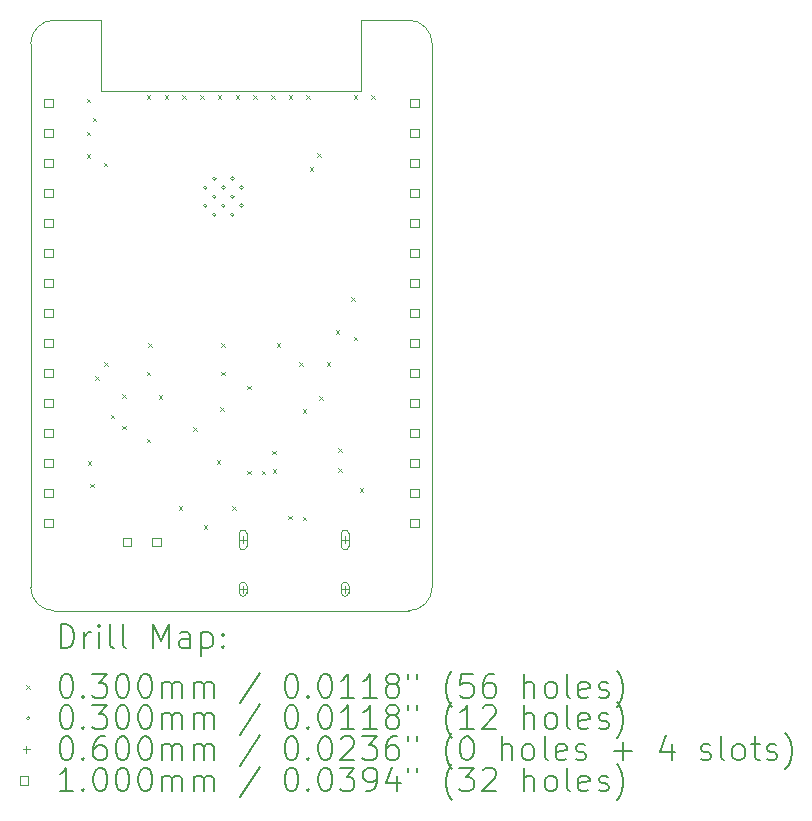
<source format=gbr>
%TF.GenerationSoftware,KiCad,Pcbnew,8.0.2*%
%TF.CreationDate,2024-05-24T09:08:18+10:00*%
%TF.ProjectId,design,64657369-676e-42e6-9b69-6361645f7063,rev?*%
%TF.SameCoordinates,Original*%
%TF.FileFunction,Drillmap*%
%TF.FilePolarity,Positive*%
%FSLAX45Y45*%
G04 Gerber Fmt 4.5, Leading zero omitted, Abs format (unit mm)*
G04 Created by KiCad (PCBNEW 8.0.2) date 2024-05-24 09:08:18*
%MOMM*%
%LPD*%
G01*
G04 APERTURE LIST*
%ADD10C,0.100000*%
%ADD11C,0.200000*%
G04 APERTURE END LIST*
D10*
X8500000Y-11500000D02*
G75*
G02*
X8300000Y-11300000I0J200000D01*
G01*
X11500000Y-11500000D02*
X8500000Y-11500000D01*
X8300000Y-11300000D02*
X8300000Y-6700000D01*
X11700000Y-6700000D02*
X11700000Y-11300000D01*
X11500000Y-6500000D02*
X11100000Y-6500000D01*
X8900000Y-7100000D02*
X8900000Y-6500000D01*
X11500000Y-6500000D02*
G75*
G02*
X11700000Y-6700000I0J-200000D01*
G01*
X11100000Y-7100000D02*
X8900000Y-7100000D01*
X8900000Y-6500000D02*
X8500000Y-6500000D01*
X8300000Y-6700000D02*
G75*
G02*
X8500000Y-6500000I200000J0D01*
G01*
X11100000Y-6500000D02*
X11100000Y-7100000D01*
X11700000Y-11300000D02*
G75*
G02*
X11500000Y-11500000I-200000J0D01*
G01*
D11*
D10*
X8775000Y-7165000D02*
X8805000Y-7195000D01*
X8805000Y-7165000D02*
X8775000Y-7195000D01*
X8775000Y-7445000D02*
X8805000Y-7475000D01*
X8805000Y-7445000D02*
X8775000Y-7475000D01*
X8775000Y-7635000D02*
X8805000Y-7665000D01*
X8805000Y-7635000D02*
X8775000Y-7665000D01*
X8785000Y-10233900D02*
X8815000Y-10263900D01*
X8815000Y-10233900D02*
X8785000Y-10263900D01*
X8805000Y-10425000D02*
X8835000Y-10455000D01*
X8835000Y-10425000D02*
X8805000Y-10455000D01*
X8825000Y-7325000D02*
X8855000Y-7355000D01*
X8855000Y-7325000D02*
X8825000Y-7355000D01*
X8845000Y-9515000D02*
X8875000Y-9545000D01*
X8875000Y-9515000D02*
X8845000Y-9545000D01*
X8919222Y-7706362D02*
X8949222Y-7736362D01*
X8949222Y-7706362D02*
X8919222Y-7736362D01*
X8925000Y-9395000D02*
X8955000Y-9425000D01*
X8955000Y-9395000D02*
X8925000Y-9425000D01*
X8976600Y-9840200D02*
X9006600Y-9870200D01*
X9006600Y-9840200D02*
X8976600Y-9870200D01*
X9075000Y-9665000D02*
X9105000Y-9695000D01*
X9105000Y-9665000D02*
X9075000Y-9695000D01*
X9075000Y-9935000D02*
X9105000Y-9965000D01*
X9105000Y-9935000D02*
X9075000Y-9965000D01*
X9281400Y-10043400D02*
X9311400Y-10073400D01*
X9311400Y-10043400D02*
X9281400Y-10073400D01*
X9285000Y-7135000D02*
X9315000Y-7165000D01*
X9315000Y-7135000D02*
X9285000Y-7165000D01*
X9285000Y-9475000D02*
X9315000Y-9505000D01*
X9315000Y-9475000D02*
X9285000Y-9505000D01*
X9295000Y-9235000D02*
X9325000Y-9265000D01*
X9325000Y-9235000D02*
X9295000Y-9265000D01*
X9383000Y-9675100D02*
X9413000Y-9705100D01*
X9413000Y-9675100D02*
X9383000Y-9705100D01*
X9435000Y-7135000D02*
X9465000Y-7165000D01*
X9465000Y-7135000D02*
X9435000Y-7165000D01*
X9555500Y-10614500D02*
X9585500Y-10644500D01*
X9585500Y-10614500D02*
X9555500Y-10644500D01*
X9585000Y-7135000D02*
X9615000Y-7165000D01*
X9615000Y-7135000D02*
X9585000Y-7165000D01*
X9675000Y-9945000D02*
X9705000Y-9975000D01*
X9705000Y-9945000D02*
X9675000Y-9975000D01*
X9735000Y-7135000D02*
X9765000Y-7165000D01*
X9765000Y-7135000D02*
X9735000Y-7165000D01*
X9765000Y-10775000D02*
X9795000Y-10805000D01*
X9795000Y-10775000D02*
X9765000Y-10805000D01*
X9875000Y-10225000D02*
X9905000Y-10255000D01*
X9905000Y-10225000D02*
X9875000Y-10255000D01*
X9885000Y-7135000D02*
X9915000Y-7165000D01*
X9915000Y-7135000D02*
X9885000Y-7165000D01*
X9905000Y-9775000D02*
X9935000Y-9805000D01*
X9935000Y-9775000D02*
X9905000Y-9805000D01*
X9915000Y-9235000D02*
X9945000Y-9265000D01*
X9945000Y-9235000D02*
X9915000Y-9265000D01*
X9915000Y-9475000D02*
X9945000Y-9505000D01*
X9945000Y-9475000D02*
X9915000Y-9505000D01*
X10005000Y-10615000D02*
X10035000Y-10645000D01*
X10035000Y-10615000D02*
X10005000Y-10645000D01*
X10035000Y-7135000D02*
X10065000Y-7165000D01*
X10065000Y-7135000D02*
X10035000Y-7165000D01*
X10135000Y-9595000D02*
X10165000Y-9625000D01*
X10165000Y-9595000D02*
X10135000Y-9625000D01*
X10135000Y-10315000D02*
X10165000Y-10345000D01*
X10165000Y-10315000D02*
X10135000Y-10345000D01*
X10185000Y-7135000D02*
X10215000Y-7165000D01*
X10215000Y-7135000D02*
X10185000Y-7165000D01*
X10255000Y-10315000D02*
X10285000Y-10345000D01*
X10285000Y-10315000D02*
X10255000Y-10345000D01*
X10335000Y-7135000D02*
X10365000Y-7165000D01*
X10365000Y-7135000D02*
X10335000Y-7165000D01*
X10345000Y-10145000D02*
X10375000Y-10175000D01*
X10375000Y-10145000D02*
X10345000Y-10175000D01*
X10350000Y-10300000D02*
X10380000Y-10330000D01*
X10380000Y-10300000D02*
X10350000Y-10330000D01*
X10385000Y-9235000D02*
X10415000Y-9265000D01*
X10415000Y-9235000D02*
X10385000Y-9265000D01*
X10479760Y-10695000D02*
X10509760Y-10725000D01*
X10509760Y-10695000D02*
X10479760Y-10725000D01*
X10485000Y-7135000D02*
X10515000Y-7165000D01*
X10515000Y-7135000D02*
X10485000Y-7165000D01*
X10575000Y-9395000D02*
X10605000Y-9425000D01*
X10605000Y-9395000D02*
X10575000Y-9425000D01*
X10605000Y-9795000D02*
X10635000Y-9825000D01*
X10635000Y-9795000D02*
X10605000Y-9825000D01*
X10605000Y-10705000D02*
X10635000Y-10735000D01*
X10635000Y-10705000D02*
X10605000Y-10735000D01*
X10635000Y-7135000D02*
X10665000Y-7165000D01*
X10665000Y-7135000D02*
X10635000Y-7165000D01*
X10662380Y-7745000D02*
X10692380Y-7775000D01*
X10692380Y-7745000D02*
X10662380Y-7775000D01*
X10725000Y-7625000D02*
X10755000Y-7655000D01*
X10755000Y-7625000D02*
X10725000Y-7655000D01*
X10745000Y-9685000D02*
X10775000Y-9715000D01*
X10775000Y-9685000D02*
X10745000Y-9715000D01*
X10807620Y-9395000D02*
X10837620Y-9425000D01*
X10837620Y-9395000D02*
X10807620Y-9425000D01*
X10885000Y-9125000D02*
X10915000Y-9155000D01*
X10915000Y-9125000D02*
X10885000Y-9155000D01*
X10905000Y-10125000D02*
X10935000Y-10155000D01*
X10935000Y-10125000D02*
X10905000Y-10155000D01*
X10905000Y-10295000D02*
X10935000Y-10325000D01*
X10935000Y-10295000D02*
X10905000Y-10325000D01*
X11015000Y-8845000D02*
X11045000Y-8875000D01*
X11045000Y-8845000D02*
X11015000Y-8875000D01*
X11035000Y-7135000D02*
X11065000Y-7165000D01*
X11065000Y-7135000D02*
X11035000Y-7165000D01*
X11035000Y-9179800D02*
X11065000Y-9209800D01*
X11065000Y-9179800D02*
X11035000Y-9209800D01*
X11084800Y-10462500D02*
X11114800Y-10492500D01*
X11114800Y-10462500D02*
X11084800Y-10492500D01*
X11185000Y-7135000D02*
X11215000Y-7165000D01*
X11215000Y-7135000D02*
X11185000Y-7165000D01*
X9794500Y-7917750D02*
G75*
G02*
X9764500Y-7917750I-15000J0D01*
G01*
X9764500Y-7917750D02*
G75*
G02*
X9794500Y-7917750I15000J0D01*
G01*
X9794500Y-8070250D02*
G75*
G02*
X9764500Y-8070250I-15000J0D01*
G01*
X9764500Y-8070250D02*
G75*
G02*
X9794500Y-8070250I15000J0D01*
G01*
X9870750Y-7841500D02*
G75*
G02*
X9840750Y-7841500I-15000J0D01*
G01*
X9840750Y-7841500D02*
G75*
G02*
X9870750Y-7841500I15000J0D01*
G01*
X9870750Y-7994000D02*
G75*
G02*
X9840750Y-7994000I-15000J0D01*
G01*
X9840750Y-7994000D02*
G75*
G02*
X9870750Y-7994000I15000J0D01*
G01*
X9870750Y-8146500D02*
G75*
G02*
X9840750Y-8146500I-15000J0D01*
G01*
X9840750Y-8146500D02*
G75*
G02*
X9870750Y-8146500I15000J0D01*
G01*
X9947000Y-7917750D02*
G75*
G02*
X9917000Y-7917750I-15000J0D01*
G01*
X9917000Y-7917750D02*
G75*
G02*
X9947000Y-7917750I15000J0D01*
G01*
X9947000Y-8070250D02*
G75*
G02*
X9917000Y-8070250I-15000J0D01*
G01*
X9917000Y-8070250D02*
G75*
G02*
X9947000Y-8070250I15000J0D01*
G01*
X10023250Y-7841500D02*
G75*
G02*
X9993250Y-7841500I-15000J0D01*
G01*
X9993250Y-7841500D02*
G75*
G02*
X10023250Y-7841500I15000J0D01*
G01*
X10023250Y-7994000D02*
G75*
G02*
X9993250Y-7994000I-15000J0D01*
G01*
X9993250Y-7994000D02*
G75*
G02*
X10023250Y-7994000I15000J0D01*
G01*
X10023250Y-8146500D02*
G75*
G02*
X9993250Y-8146500I-15000J0D01*
G01*
X9993250Y-8146500D02*
G75*
G02*
X10023250Y-8146500I15000J0D01*
G01*
X10099500Y-7917750D02*
G75*
G02*
X10069500Y-7917750I-15000J0D01*
G01*
X10069500Y-7917750D02*
G75*
G02*
X10099500Y-7917750I15000J0D01*
G01*
X10099500Y-8070250D02*
G75*
G02*
X10069500Y-8070250I-15000J0D01*
G01*
X10069500Y-8070250D02*
G75*
G02*
X10099500Y-8070250I15000J0D01*
G01*
X10098000Y-10870000D02*
X10098000Y-10930000D01*
X10068000Y-10900000D02*
X10128000Y-10900000D01*
X10068000Y-10845000D02*
X10068000Y-10955000D01*
X10128000Y-10955000D02*
G75*
G02*
X10068000Y-10955000I-30000J0D01*
G01*
X10128000Y-10955000D02*
X10128000Y-10845000D01*
X10128000Y-10845000D02*
G75*
G03*
X10068000Y-10845000I-30000J0D01*
G01*
X10098000Y-11288000D02*
X10098000Y-11348000D01*
X10068000Y-11318000D02*
X10128000Y-11318000D01*
X10068000Y-11288000D02*
X10068000Y-11348000D01*
X10128000Y-11348000D02*
G75*
G02*
X10068000Y-11348000I-30000J0D01*
G01*
X10128000Y-11348000D02*
X10128000Y-11288000D01*
X10128000Y-11288000D02*
G75*
G03*
X10068000Y-11288000I-30000J0D01*
G01*
X10962000Y-10870000D02*
X10962000Y-10930000D01*
X10932000Y-10900000D02*
X10992000Y-10900000D01*
X10932000Y-10845000D02*
X10932000Y-10955000D01*
X10992000Y-10955000D02*
G75*
G02*
X10932000Y-10955000I-30000J0D01*
G01*
X10992000Y-10955000D02*
X10992000Y-10845000D01*
X10992000Y-10845000D02*
G75*
G03*
X10932000Y-10845000I-30000J0D01*
G01*
X10962000Y-11288000D02*
X10962000Y-11348000D01*
X10932000Y-11318000D02*
X10992000Y-11318000D01*
X10932000Y-11288000D02*
X10932000Y-11348000D01*
X10992000Y-11348000D02*
G75*
G02*
X10932000Y-11348000I-30000J0D01*
G01*
X10992000Y-11348000D02*
X10992000Y-11288000D01*
X10992000Y-11288000D02*
G75*
G03*
X10932000Y-11288000I-30000J0D01*
G01*
X8485356Y-7235356D02*
X8485356Y-7164644D01*
X8414644Y-7164644D01*
X8414644Y-7235356D01*
X8485356Y-7235356D01*
X8485356Y-7489356D02*
X8485356Y-7418644D01*
X8414644Y-7418644D01*
X8414644Y-7489356D01*
X8485356Y-7489356D01*
X8485356Y-7743356D02*
X8485356Y-7672644D01*
X8414644Y-7672644D01*
X8414644Y-7743356D01*
X8485356Y-7743356D01*
X8485356Y-7997356D02*
X8485356Y-7926644D01*
X8414644Y-7926644D01*
X8414644Y-7997356D01*
X8485356Y-7997356D01*
X8485356Y-8251356D02*
X8485356Y-8180644D01*
X8414644Y-8180644D01*
X8414644Y-8251356D01*
X8485356Y-8251356D01*
X8485356Y-8505356D02*
X8485356Y-8434644D01*
X8414644Y-8434644D01*
X8414644Y-8505356D01*
X8485356Y-8505356D01*
X8485356Y-8759356D02*
X8485356Y-8688644D01*
X8414644Y-8688644D01*
X8414644Y-8759356D01*
X8485356Y-8759356D01*
X8485356Y-9013356D02*
X8485356Y-8942644D01*
X8414644Y-8942644D01*
X8414644Y-9013356D01*
X8485356Y-9013356D01*
X8485356Y-9267356D02*
X8485356Y-9196644D01*
X8414644Y-9196644D01*
X8414644Y-9267356D01*
X8485356Y-9267356D01*
X8485356Y-9521356D02*
X8485356Y-9450644D01*
X8414644Y-9450644D01*
X8414644Y-9521356D01*
X8485356Y-9521356D01*
X8485356Y-9775356D02*
X8485356Y-9704644D01*
X8414644Y-9704644D01*
X8414644Y-9775356D01*
X8485356Y-9775356D01*
X8485356Y-10029356D02*
X8485356Y-9958644D01*
X8414644Y-9958644D01*
X8414644Y-10029356D01*
X8485356Y-10029356D01*
X8485356Y-10283356D02*
X8485356Y-10212644D01*
X8414644Y-10212644D01*
X8414644Y-10283356D01*
X8485356Y-10283356D01*
X8485356Y-10537356D02*
X8485356Y-10466644D01*
X8414644Y-10466644D01*
X8414644Y-10537356D01*
X8485356Y-10537356D01*
X8485356Y-10791356D02*
X8485356Y-10720644D01*
X8414644Y-10720644D01*
X8414644Y-10791356D01*
X8485356Y-10791356D01*
X9150356Y-10952106D02*
X9150356Y-10881394D01*
X9079644Y-10881394D01*
X9079644Y-10952106D01*
X9150356Y-10952106D01*
X9400356Y-10952106D02*
X9400356Y-10881394D01*
X9329644Y-10881394D01*
X9329644Y-10952106D01*
X9400356Y-10952106D01*
X11585356Y-7235356D02*
X11585356Y-7164644D01*
X11514644Y-7164644D01*
X11514644Y-7235356D01*
X11585356Y-7235356D01*
X11585356Y-7489356D02*
X11585356Y-7418644D01*
X11514644Y-7418644D01*
X11514644Y-7489356D01*
X11585356Y-7489356D01*
X11585356Y-7743356D02*
X11585356Y-7672644D01*
X11514644Y-7672644D01*
X11514644Y-7743356D01*
X11585356Y-7743356D01*
X11585356Y-7997356D02*
X11585356Y-7926644D01*
X11514644Y-7926644D01*
X11514644Y-7997356D01*
X11585356Y-7997356D01*
X11585356Y-8251356D02*
X11585356Y-8180644D01*
X11514644Y-8180644D01*
X11514644Y-8251356D01*
X11585356Y-8251356D01*
X11585356Y-8505356D02*
X11585356Y-8434644D01*
X11514644Y-8434644D01*
X11514644Y-8505356D01*
X11585356Y-8505356D01*
X11585356Y-8759356D02*
X11585356Y-8688644D01*
X11514644Y-8688644D01*
X11514644Y-8759356D01*
X11585356Y-8759356D01*
X11585356Y-9013356D02*
X11585356Y-8942644D01*
X11514644Y-8942644D01*
X11514644Y-9013356D01*
X11585356Y-9013356D01*
X11585356Y-9267356D02*
X11585356Y-9196644D01*
X11514644Y-9196644D01*
X11514644Y-9267356D01*
X11585356Y-9267356D01*
X11585356Y-9521356D02*
X11585356Y-9450644D01*
X11514644Y-9450644D01*
X11514644Y-9521356D01*
X11585356Y-9521356D01*
X11585356Y-9775356D02*
X11585356Y-9704644D01*
X11514644Y-9704644D01*
X11514644Y-9775356D01*
X11585356Y-9775356D01*
X11585356Y-10029356D02*
X11585356Y-9958644D01*
X11514644Y-9958644D01*
X11514644Y-10029356D01*
X11585356Y-10029356D01*
X11585356Y-10283356D02*
X11585356Y-10212644D01*
X11514644Y-10212644D01*
X11514644Y-10283356D01*
X11585356Y-10283356D01*
X11585356Y-10537356D02*
X11585356Y-10466644D01*
X11514644Y-10466644D01*
X11514644Y-10537356D01*
X11585356Y-10537356D01*
X11585356Y-10791356D02*
X11585356Y-10720644D01*
X11514644Y-10720644D01*
X11514644Y-10791356D01*
X11585356Y-10791356D01*
D11*
X8555777Y-11816484D02*
X8555777Y-11616484D01*
X8555777Y-11616484D02*
X8603396Y-11616484D01*
X8603396Y-11616484D02*
X8631967Y-11626008D01*
X8631967Y-11626008D02*
X8651015Y-11645055D01*
X8651015Y-11645055D02*
X8660539Y-11664103D01*
X8660539Y-11664103D02*
X8670063Y-11702198D01*
X8670063Y-11702198D02*
X8670063Y-11730769D01*
X8670063Y-11730769D02*
X8660539Y-11768865D01*
X8660539Y-11768865D02*
X8651015Y-11787912D01*
X8651015Y-11787912D02*
X8631967Y-11806960D01*
X8631967Y-11806960D02*
X8603396Y-11816484D01*
X8603396Y-11816484D02*
X8555777Y-11816484D01*
X8755777Y-11816484D02*
X8755777Y-11683150D01*
X8755777Y-11721246D02*
X8765301Y-11702198D01*
X8765301Y-11702198D02*
X8774824Y-11692674D01*
X8774824Y-11692674D02*
X8793872Y-11683150D01*
X8793872Y-11683150D02*
X8812920Y-11683150D01*
X8879586Y-11816484D02*
X8879586Y-11683150D01*
X8879586Y-11616484D02*
X8870063Y-11626008D01*
X8870063Y-11626008D02*
X8879586Y-11635531D01*
X8879586Y-11635531D02*
X8889110Y-11626008D01*
X8889110Y-11626008D02*
X8879586Y-11616484D01*
X8879586Y-11616484D02*
X8879586Y-11635531D01*
X9003396Y-11816484D02*
X8984348Y-11806960D01*
X8984348Y-11806960D02*
X8974824Y-11787912D01*
X8974824Y-11787912D02*
X8974824Y-11616484D01*
X9108158Y-11816484D02*
X9089110Y-11806960D01*
X9089110Y-11806960D02*
X9079586Y-11787912D01*
X9079586Y-11787912D02*
X9079586Y-11616484D01*
X9336729Y-11816484D02*
X9336729Y-11616484D01*
X9336729Y-11616484D02*
X9403396Y-11759341D01*
X9403396Y-11759341D02*
X9470063Y-11616484D01*
X9470063Y-11616484D02*
X9470063Y-11816484D01*
X9651015Y-11816484D02*
X9651015Y-11711722D01*
X9651015Y-11711722D02*
X9641491Y-11692674D01*
X9641491Y-11692674D02*
X9622444Y-11683150D01*
X9622444Y-11683150D02*
X9584348Y-11683150D01*
X9584348Y-11683150D02*
X9565301Y-11692674D01*
X9651015Y-11806960D02*
X9631967Y-11816484D01*
X9631967Y-11816484D02*
X9584348Y-11816484D01*
X9584348Y-11816484D02*
X9565301Y-11806960D01*
X9565301Y-11806960D02*
X9555777Y-11787912D01*
X9555777Y-11787912D02*
X9555777Y-11768865D01*
X9555777Y-11768865D02*
X9565301Y-11749817D01*
X9565301Y-11749817D02*
X9584348Y-11740293D01*
X9584348Y-11740293D02*
X9631967Y-11740293D01*
X9631967Y-11740293D02*
X9651015Y-11730769D01*
X9746253Y-11683150D02*
X9746253Y-11883150D01*
X9746253Y-11692674D02*
X9765301Y-11683150D01*
X9765301Y-11683150D02*
X9803396Y-11683150D01*
X9803396Y-11683150D02*
X9822444Y-11692674D01*
X9822444Y-11692674D02*
X9831967Y-11702198D01*
X9831967Y-11702198D02*
X9841491Y-11721246D01*
X9841491Y-11721246D02*
X9841491Y-11778388D01*
X9841491Y-11778388D02*
X9831967Y-11797436D01*
X9831967Y-11797436D02*
X9822444Y-11806960D01*
X9822444Y-11806960D02*
X9803396Y-11816484D01*
X9803396Y-11816484D02*
X9765301Y-11816484D01*
X9765301Y-11816484D02*
X9746253Y-11806960D01*
X9927205Y-11797436D02*
X9936729Y-11806960D01*
X9936729Y-11806960D02*
X9927205Y-11816484D01*
X9927205Y-11816484D02*
X9917682Y-11806960D01*
X9917682Y-11806960D02*
X9927205Y-11797436D01*
X9927205Y-11797436D02*
X9927205Y-11816484D01*
X9927205Y-11692674D02*
X9936729Y-11702198D01*
X9936729Y-11702198D02*
X9927205Y-11711722D01*
X9927205Y-11711722D02*
X9917682Y-11702198D01*
X9917682Y-11702198D02*
X9927205Y-11692674D01*
X9927205Y-11692674D02*
X9927205Y-11711722D01*
D10*
X8265000Y-12130000D02*
X8295000Y-12160000D01*
X8295000Y-12130000D02*
X8265000Y-12160000D01*
D11*
X8593872Y-12036484D02*
X8612920Y-12036484D01*
X8612920Y-12036484D02*
X8631967Y-12046008D01*
X8631967Y-12046008D02*
X8641491Y-12055531D01*
X8641491Y-12055531D02*
X8651015Y-12074579D01*
X8651015Y-12074579D02*
X8660539Y-12112674D01*
X8660539Y-12112674D02*
X8660539Y-12160293D01*
X8660539Y-12160293D02*
X8651015Y-12198388D01*
X8651015Y-12198388D02*
X8641491Y-12217436D01*
X8641491Y-12217436D02*
X8631967Y-12226960D01*
X8631967Y-12226960D02*
X8612920Y-12236484D01*
X8612920Y-12236484D02*
X8593872Y-12236484D01*
X8593872Y-12236484D02*
X8574824Y-12226960D01*
X8574824Y-12226960D02*
X8565301Y-12217436D01*
X8565301Y-12217436D02*
X8555777Y-12198388D01*
X8555777Y-12198388D02*
X8546253Y-12160293D01*
X8546253Y-12160293D02*
X8546253Y-12112674D01*
X8546253Y-12112674D02*
X8555777Y-12074579D01*
X8555777Y-12074579D02*
X8565301Y-12055531D01*
X8565301Y-12055531D02*
X8574824Y-12046008D01*
X8574824Y-12046008D02*
X8593872Y-12036484D01*
X8746253Y-12217436D02*
X8755777Y-12226960D01*
X8755777Y-12226960D02*
X8746253Y-12236484D01*
X8746253Y-12236484D02*
X8736729Y-12226960D01*
X8736729Y-12226960D02*
X8746253Y-12217436D01*
X8746253Y-12217436D02*
X8746253Y-12236484D01*
X8822444Y-12036484D02*
X8946253Y-12036484D01*
X8946253Y-12036484D02*
X8879586Y-12112674D01*
X8879586Y-12112674D02*
X8908158Y-12112674D01*
X8908158Y-12112674D02*
X8927205Y-12122198D01*
X8927205Y-12122198D02*
X8936729Y-12131722D01*
X8936729Y-12131722D02*
X8946253Y-12150769D01*
X8946253Y-12150769D02*
X8946253Y-12198388D01*
X8946253Y-12198388D02*
X8936729Y-12217436D01*
X8936729Y-12217436D02*
X8927205Y-12226960D01*
X8927205Y-12226960D02*
X8908158Y-12236484D01*
X8908158Y-12236484D02*
X8851015Y-12236484D01*
X8851015Y-12236484D02*
X8831967Y-12226960D01*
X8831967Y-12226960D02*
X8822444Y-12217436D01*
X9070063Y-12036484D02*
X9089110Y-12036484D01*
X9089110Y-12036484D02*
X9108158Y-12046008D01*
X9108158Y-12046008D02*
X9117682Y-12055531D01*
X9117682Y-12055531D02*
X9127205Y-12074579D01*
X9127205Y-12074579D02*
X9136729Y-12112674D01*
X9136729Y-12112674D02*
X9136729Y-12160293D01*
X9136729Y-12160293D02*
X9127205Y-12198388D01*
X9127205Y-12198388D02*
X9117682Y-12217436D01*
X9117682Y-12217436D02*
X9108158Y-12226960D01*
X9108158Y-12226960D02*
X9089110Y-12236484D01*
X9089110Y-12236484D02*
X9070063Y-12236484D01*
X9070063Y-12236484D02*
X9051015Y-12226960D01*
X9051015Y-12226960D02*
X9041491Y-12217436D01*
X9041491Y-12217436D02*
X9031967Y-12198388D01*
X9031967Y-12198388D02*
X9022444Y-12160293D01*
X9022444Y-12160293D02*
X9022444Y-12112674D01*
X9022444Y-12112674D02*
X9031967Y-12074579D01*
X9031967Y-12074579D02*
X9041491Y-12055531D01*
X9041491Y-12055531D02*
X9051015Y-12046008D01*
X9051015Y-12046008D02*
X9070063Y-12036484D01*
X9260539Y-12036484D02*
X9279586Y-12036484D01*
X9279586Y-12036484D02*
X9298634Y-12046008D01*
X9298634Y-12046008D02*
X9308158Y-12055531D01*
X9308158Y-12055531D02*
X9317682Y-12074579D01*
X9317682Y-12074579D02*
X9327205Y-12112674D01*
X9327205Y-12112674D02*
X9327205Y-12160293D01*
X9327205Y-12160293D02*
X9317682Y-12198388D01*
X9317682Y-12198388D02*
X9308158Y-12217436D01*
X9308158Y-12217436D02*
X9298634Y-12226960D01*
X9298634Y-12226960D02*
X9279586Y-12236484D01*
X9279586Y-12236484D02*
X9260539Y-12236484D01*
X9260539Y-12236484D02*
X9241491Y-12226960D01*
X9241491Y-12226960D02*
X9231967Y-12217436D01*
X9231967Y-12217436D02*
X9222444Y-12198388D01*
X9222444Y-12198388D02*
X9212920Y-12160293D01*
X9212920Y-12160293D02*
X9212920Y-12112674D01*
X9212920Y-12112674D02*
X9222444Y-12074579D01*
X9222444Y-12074579D02*
X9231967Y-12055531D01*
X9231967Y-12055531D02*
X9241491Y-12046008D01*
X9241491Y-12046008D02*
X9260539Y-12036484D01*
X9412920Y-12236484D02*
X9412920Y-12103150D01*
X9412920Y-12122198D02*
X9422444Y-12112674D01*
X9422444Y-12112674D02*
X9441491Y-12103150D01*
X9441491Y-12103150D02*
X9470063Y-12103150D01*
X9470063Y-12103150D02*
X9489110Y-12112674D01*
X9489110Y-12112674D02*
X9498634Y-12131722D01*
X9498634Y-12131722D02*
X9498634Y-12236484D01*
X9498634Y-12131722D02*
X9508158Y-12112674D01*
X9508158Y-12112674D02*
X9527205Y-12103150D01*
X9527205Y-12103150D02*
X9555777Y-12103150D01*
X9555777Y-12103150D02*
X9574825Y-12112674D01*
X9574825Y-12112674D02*
X9584348Y-12131722D01*
X9584348Y-12131722D02*
X9584348Y-12236484D01*
X9679586Y-12236484D02*
X9679586Y-12103150D01*
X9679586Y-12122198D02*
X9689110Y-12112674D01*
X9689110Y-12112674D02*
X9708158Y-12103150D01*
X9708158Y-12103150D02*
X9736729Y-12103150D01*
X9736729Y-12103150D02*
X9755777Y-12112674D01*
X9755777Y-12112674D02*
X9765301Y-12131722D01*
X9765301Y-12131722D02*
X9765301Y-12236484D01*
X9765301Y-12131722D02*
X9774825Y-12112674D01*
X9774825Y-12112674D02*
X9793872Y-12103150D01*
X9793872Y-12103150D02*
X9822444Y-12103150D01*
X9822444Y-12103150D02*
X9841491Y-12112674D01*
X9841491Y-12112674D02*
X9851015Y-12131722D01*
X9851015Y-12131722D02*
X9851015Y-12236484D01*
X10241491Y-12026960D02*
X10070063Y-12284103D01*
X10498634Y-12036484D02*
X10517682Y-12036484D01*
X10517682Y-12036484D02*
X10536729Y-12046008D01*
X10536729Y-12046008D02*
X10546253Y-12055531D01*
X10546253Y-12055531D02*
X10555777Y-12074579D01*
X10555777Y-12074579D02*
X10565301Y-12112674D01*
X10565301Y-12112674D02*
X10565301Y-12160293D01*
X10565301Y-12160293D02*
X10555777Y-12198388D01*
X10555777Y-12198388D02*
X10546253Y-12217436D01*
X10546253Y-12217436D02*
X10536729Y-12226960D01*
X10536729Y-12226960D02*
X10517682Y-12236484D01*
X10517682Y-12236484D02*
X10498634Y-12236484D01*
X10498634Y-12236484D02*
X10479587Y-12226960D01*
X10479587Y-12226960D02*
X10470063Y-12217436D01*
X10470063Y-12217436D02*
X10460539Y-12198388D01*
X10460539Y-12198388D02*
X10451015Y-12160293D01*
X10451015Y-12160293D02*
X10451015Y-12112674D01*
X10451015Y-12112674D02*
X10460539Y-12074579D01*
X10460539Y-12074579D02*
X10470063Y-12055531D01*
X10470063Y-12055531D02*
X10479587Y-12046008D01*
X10479587Y-12046008D02*
X10498634Y-12036484D01*
X10651015Y-12217436D02*
X10660539Y-12226960D01*
X10660539Y-12226960D02*
X10651015Y-12236484D01*
X10651015Y-12236484D02*
X10641491Y-12226960D01*
X10641491Y-12226960D02*
X10651015Y-12217436D01*
X10651015Y-12217436D02*
X10651015Y-12236484D01*
X10784348Y-12036484D02*
X10803396Y-12036484D01*
X10803396Y-12036484D02*
X10822444Y-12046008D01*
X10822444Y-12046008D02*
X10831968Y-12055531D01*
X10831968Y-12055531D02*
X10841491Y-12074579D01*
X10841491Y-12074579D02*
X10851015Y-12112674D01*
X10851015Y-12112674D02*
X10851015Y-12160293D01*
X10851015Y-12160293D02*
X10841491Y-12198388D01*
X10841491Y-12198388D02*
X10831968Y-12217436D01*
X10831968Y-12217436D02*
X10822444Y-12226960D01*
X10822444Y-12226960D02*
X10803396Y-12236484D01*
X10803396Y-12236484D02*
X10784348Y-12236484D01*
X10784348Y-12236484D02*
X10765301Y-12226960D01*
X10765301Y-12226960D02*
X10755777Y-12217436D01*
X10755777Y-12217436D02*
X10746253Y-12198388D01*
X10746253Y-12198388D02*
X10736729Y-12160293D01*
X10736729Y-12160293D02*
X10736729Y-12112674D01*
X10736729Y-12112674D02*
X10746253Y-12074579D01*
X10746253Y-12074579D02*
X10755777Y-12055531D01*
X10755777Y-12055531D02*
X10765301Y-12046008D01*
X10765301Y-12046008D02*
X10784348Y-12036484D01*
X11041491Y-12236484D02*
X10927206Y-12236484D01*
X10984348Y-12236484D02*
X10984348Y-12036484D01*
X10984348Y-12036484D02*
X10965301Y-12065055D01*
X10965301Y-12065055D02*
X10946253Y-12084103D01*
X10946253Y-12084103D02*
X10927206Y-12093627D01*
X11231967Y-12236484D02*
X11117682Y-12236484D01*
X11174825Y-12236484D02*
X11174825Y-12036484D01*
X11174825Y-12036484D02*
X11155777Y-12065055D01*
X11155777Y-12065055D02*
X11136729Y-12084103D01*
X11136729Y-12084103D02*
X11117682Y-12093627D01*
X11346253Y-12122198D02*
X11327206Y-12112674D01*
X11327206Y-12112674D02*
X11317682Y-12103150D01*
X11317682Y-12103150D02*
X11308158Y-12084103D01*
X11308158Y-12084103D02*
X11308158Y-12074579D01*
X11308158Y-12074579D02*
X11317682Y-12055531D01*
X11317682Y-12055531D02*
X11327206Y-12046008D01*
X11327206Y-12046008D02*
X11346253Y-12036484D01*
X11346253Y-12036484D02*
X11384348Y-12036484D01*
X11384348Y-12036484D02*
X11403396Y-12046008D01*
X11403396Y-12046008D02*
X11412920Y-12055531D01*
X11412920Y-12055531D02*
X11422444Y-12074579D01*
X11422444Y-12074579D02*
X11422444Y-12084103D01*
X11422444Y-12084103D02*
X11412920Y-12103150D01*
X11412920Y-12103150D02*
X11403396Y-12112674D01*
X11403396Y-12112674D02*
X11384348Y-12122198D01*
X11384348Y-12122198D02*
X11346253Y-12122198D01*
X11346253Y-12122198D02*
X11327206Y-12131722D01*
X11327206Y-12131722D02*
X11317682Y-12141246D01*
X11317682Y-12141246D02*
X11308158Y-12160293D01*
X11308158Y-12160293D02*
X11308158Y-12198388D01*
X11308158Y-12198388D02*
X11317682Y-12217436D01*
X11317682Y-12217436D02*
X11327206Y-12226960D01*
X11327206Y-12226960D02*
X11346253Y-12236484D01*
X11346253Y-12236484D02*
X11384348Y-12236484D01*
X11384348Y-12236484D02*
X11403396Y-12226960D01*
X11403396Y-12226960D02*
X11412920Y-12217436D01*
X11412920Y-12217436D02*
X11422444Y-12198388D01*
X11422444Y-12198388D02*
X11422444Y-12160293D01*
X11422444Y-12160293D02*
X11412920Y-12141246D01*
X11412920Y-12141246D02*
X11403396Y-12131722D01*
X11403396Y-12131722D02*
X11384348Y-12122198D01*
X11498634Y-12036484D02*
X11498634Y-12074579D01*
X11574825Y-12036484D02*
X11574825Y-12074579D01*
X11870063Y-12312674D02*
X11860539Y-12303150D01*
X11860539Y-12303150D02*
X11841491Y-12274579D01*
X11841491Y-12274579D02*
X11831968Y-12255531D01*
X11831968Y-12255531D02*
X11822444Y-12226960D01*
X11822444Y-12226960D02*
X11812920Y-12179341D01*
X11812920Y-12179341D02*
X11812920Y-12141246D01*
X11812920Y-12141246D02*
X11822444Y-12093627D01*
X11822444Y-12093627D02*
X11831968Y-12065055D01*
X11831968Y-12065055D02*
X11841491Y-12046008D01*
X11841491Y-12046008D02*
X11860539Y-12017436D01*
X11860539Y-12017436D02*
X11870063Y-12007912D01*
X12041491Y-12036484D02*
X11946253Y-12036484D01*
X11946253Y-12036484D02*
X11936729Y-12131722D01*
X11936729Y-12131722D02*
X11946253Y-12122198D01*
X11946253Y-12122198D02*
X11965301Y-12112674D01*
X11965301Y-12112674D02*
X12012920Y-12112674D01*
X12012920Y-12112674D02*
X12031968Y-12122198D01*
X12031968Y-12122198D02*
X12041491Y-12131722D01*
X12041491Y-12131722D02*
X12051015Y-12150769D01*
X12051015Y-12150769D02*
X12051015Y-12198388D01*
X12051015Y-12198388D02*
X12041491Y-12217436D01*
X12041491Y-12217436D02*
X12031968Y-12226960D01*
X12031968Y-12226960D02*
X12012920Y-12236484D01*
X12012920Y-12236484D02*
X11965301Y-12236484D01*
X11965301Y-12236484D02*
X11946253Y-12226960D01*
X11946253Y-12226960D02*
X11936729Y-12217436D01*
X12222444Y-12036484D02*
X12184348Y-12036484D01*
X12184348Y-12036484D02*
X12165301Y-12046008D01*
X12165301Y-12046008D02*
X12155777Y-12055531D01*
X12155777Y-12055531D02*
X12136729Y-12084103D01*
X12136729Y-12084103D02*
X12127206Y-12122198D01*
X12127206Y-12122198D02*
X12127206Y-12198388D01*
X12127206Y-12198388D02*
X12136729Y-12217436D01*
X12136729Y-12217436D02*
X12146253Y-12226960D01*
X12146253Y-12226960D02*
X12165301Y-12236484D01*
X12165301Y-12236484D02*
X12203396Y-12236484D01*
X12203396Y-12236484D02*
X12222444Y-12226960D01*
X12222444Y-12226960D02*
X12231968Y-12217436D01*
X12231968Y-12217436D02*
X12241491Y-12198388D01*
X12241491Y-12198388D02*
X12241491Y-12150769D01*
X12241491Y-12150769D02*
X12231968Y-12131722D01*
X12231968Y-12131722D02*
X12222444Y-12122198D01*
X12222444Y-12122198D02*
X12203396Y-12112674D01*
X12203396Y-12112674D02*
X12165301Y-12112674D01*
X12165301Y-12112674D02*
X12146253Y-12122198D01*
X12146253Y-12122198D02*
X12136729Y-12131722D01*
X12136729Y-12131722D02*
X12127206Y-12150769D01*
X12479587Y-12236484D02*
X12479587Y-12036484D01*
X12565301Y-12236484D02*
X12565301Y-12131722D01*
X12565301Y-12131722D02*
X12555777Y-12112674D01*
X12555777Y-12112674D02*
X12536730Y-12103150D01*
X12536730Y-12103150D02*
X12508158Y-12103150D01*
X12508158Y-12103150D02*
X12489110Y-12112674D01*
X12489110Y-12112674D02*
X12479587Y-12122198D01*
X12689110Y-12236484D02*
X12670063Y-12226960D01*
X12670063Y-12226960D02*
X12660539Y-12217436D01*
X12660539Y-12217436D02*
X12651015Y-12198388D01*
X12651015Y-12198388D02*
X12651015Y-12141246D01*
X12651015Y-12141246D02*
X12660539Y-12122198D01*
X12660539Y-12122198D02*
X12670063Y-12112674D01*
X12670063Y-12112674D02*
X12689110Y-12103150D01*
X12689110Y-12103150D02*
X12717682Y-12103150D01*
X12717682Y-12103150D02*
X12736730Y-12112674D01*
X12736730Y-12112674D02*
X12746253Y-12122198D01*
X12746253Y-12122198D02*
X12755777Y-12141246D01*
X12755777Y-12141246D02*
X12755777Y-12198388D01*
X12755777Y-12198388D02*
X12746253Y-12217436D01*
X12746253Y-12217436D02*
X12736730Y-12226960D01*
X12736730Y-12226960D02*
X12717682Y-12236484D01*
X12717682Y-12236484D02*
X12689110Y-12236484D01*
X12870063Y-12236484D02*
X12851015Y-12226960D01*
X12851015Y-12226960D02*
X12841491Y-12207912D01*
X12841491Y-12207912D02*
X12841491Y-12036484D01*
X13022444Y-12226960D02*
X13003396Y-12236484D01*
X13003396Y-12236484D02*
X12965301Y-12236484D01*
X12965301Y-12236484D02*
X12946253Y-12226960D01*
X12946253Y-12226960D02*
X12936730Y-12207912D01*
X12936730Y-12207912D02*
X12936730Y-12131722D01*
X12936730Y-12131722D02*
X12946253Y-12112674D01*
X12946253Y-12112674D02*
X12965301Y-12103150D01*
X12965301Y-12103150D02*
X13003396Y-12103150D01*
X13003396Y-12103150D02*
X13022444Y-12112674D01*
X13022444Y-12112674D02*
X13031968Y-12131722D01*
X13031968Y-12131722D02*
X13031968Y-12150769D01*
X13031968Y-12150769D02*
X12936730Y-12169817D01*
X13108158Y-12226960D02*
X13127206Y-12236484D01*
X13127206Y-12236484D02*
X13165301Y-12236484D01*
X13165301Y-12236484D02*
X13184349Y-12226960D01*
X13184349Y-12226960D02*
X13193872Y-12207912D01*
X13193872Y-12207912D02*
X13193872Y-12198388D01*
X13193872Y-12198388D02*
X13184349Y-12179341D01*
X13184349Y-12179341D02*
X13165301Y-12169817D01*
X13165301Y-12169817D02*
X13136730Y-12169817D01*
X13136730Y-12169817D02*
X13117682Y-12160293D01*
X13117682Y-12160293D02*
X13108158Y-12141246D01*
X13108158Y-12141246D02*
X13108158Y-12131722D01*
X13108158Y-12131722D02*
X13117682Y-12112674D01*
X13117682Y-12112674D02*
X13136730Y-12103150D01*
X13136730Y-12103150D02*
X13165301Y-12103150D01*
X13165301Y-12103150D02*
X13184349Y-12112674D01*
X13260539Y-12312674D02*
X13270063Y-12303150D01*
X13270063Y-12303150D02*
X13289111Y-12274579D01*
X13289111Y-12274579D02*
X13298634Y-12255531D01*
X13298634Y-12255531D02*
X13308158Y-12226960D01*
X13308158Y-12226960D02*
X13317682Y-12179341D01*
X13317682Y-12179341D02*
X13317682Y-12141246D01*
X13317682Y-12141246D02*
X13308158Y-12093627D01*
X13308158Y-12093627D02*
X13298634Y-12065055D01*
X13298634Y-12065055D02*
X13289111Y-12046008D01*
X13289111Y-12046008D02*
X13270063Y-12017436D01*
X13270063Y-12017436D02*
X13260539Y-12007912D01*
D10*
X8295000Y-12409000D02*
G75*
G02*
X8265000Y-12409000I-15000J0D01*
G01*
X8265000Y-12409000D02*
G75*
G02*
X8295000Y-12409000I15000J0D01*
G01*
D11*
X8593872Y-12300484D02*
X8612920Y-12300484D01*
X8612920Y-12300484D02*
X8631967Y-12310008D01*
X8631967Y-12310008D02*
X8641491Y-12319531D01*
X8641491Y-12319531D02*
X8651015Y-12338579D01*
X8651015Y-12338579D02*
X8660539Y-12376674D01*
X8660539Y-12376674D02*
X8660539Y-12424293D01*
X8660539Y-12424293D02*
X8651015Y-12462388D01*
X8651015Y-12462388D02*
X8641491Y-12481436D01*
X8641491Y-12481436D02*
X8631967Y-12490960D01*
X8631967Y-12490960D02*
X8612920Y-12500484D01*
X8612920Y-12500484D02*
X8593872Y-12500484D01*
X8593872Y-12500484D02*
X8574824Y-12490960D01*
X8574824Y-12490960D02*
X8565301Y-12481436D01*
X8565301Y-12481436D02*
X8555777Y-12462388D01*
X8555777Y-12462388D02*
X8546253Y-12424293D01*
X8546253Y-12424293D02*
X8546253Y-12376674D01*
X8546253Y-12376674D02*
X8555777Y-12338579D01*
X8555777Y-12338579D02*
X8565301Y-12319531D01*
X8565301Y-12319531D02*
X8574824Y-12310008D01*
X8574824Y-12310008D02*
X8593872Y-12300484D01*
X8746253Y-12481436D02*
X8755777Y-12490960D01*
X8755777Y-12490960D02*
X8746253Y-12500484D01*
X8746253Y-12500484D02*
X8736729Y-12490960D01*
X8736729Y-12490960D02*
X8746253Y-12481436D01*
X8746253Y-12481436D02*
X8746253Y-12500484D01*
X8822444Y-12300484D02*
X8946253Y-12300484D01*
X8946253Y-12300484D02*
X8879586Y-12376674D01*
X8879586Y-12376674D02*
X8908158Y-12376674D01*
X8908158Y-12376674D02*
X8927205Y-12386198D01*
X8927205Y-12386198D02*
X8936729Y-12395722D01*
X8936729Y-12395722D02*
X8946253Y-12414769D01*
X8946253Y-12414769D02*
X8946253Y-12462388D01*
X8946253Y-12462388D02*
X8936729Y-12481436D01*
X8936729Y-12481436D02*
X8927205Y-12490960D01*
X8927205Y-12490960D02*
X8908158Y-12500484D01*
X8908158Y-12500484D02*
X8851015Y-12500484D01*
X8851015Y-12500484D02*
X8831967Y-12490960D01*
X8831967Y-12490960D02*
X8822444Y-12481436D01*
X9070063Y-12300484D02*
X9089110Y-12300484D01*
X9089110Y-12300484D02*
X9108158Y-12310008D01*
X9108158Y-12310008D02*
X9117682Y-12319531D01*
X9117682Y-12319531D02*
X9127205Y-12338579D01*
X9127205Y-12338579D02*
X9136729Y-12376674D01*
X9136729Y-12376674D02*
X9136729Y-12424293D01*
X9136729Y-12424293D02*
X9127205Y-12462388D01*
X9127205Y-12462388D02*
X9117682Y-12481436D01*
X9117682Y-12481436D02*
X9108158Y-12490960D01*
X9108158Y-12490960D02*
X9089110Y-12500484D01*
X9089110Y-12500484D02*
X9070063Y-12500484D01*
X9070063Y-12500484D02*
X9051015Y-12490960D01*
X9051015Y-12490960D02*
X9041491Y-12481436D01*
X9041491Y-12481436D02*
X9031967Y-12462388D01*
X9031967Y-12462388D02*
X9022444Y-12424293D01*
X9022444Y-12424293D02*
X9022444Y-12376674D01*
X9022444Y-12376674D02*
X9031967Y-12338579D01*
X9031967Y-12338579D02*
X9041491Y-12319531D01*
X9041491Y-12319531D02*
X9051015Y-12310008D01*
X9051015Y-12310008D02*
X9070063Y-12300484D01*
X9260539Y-12300484D02*
X9279586Y-12300484D01*
X9279586Y-12300484D02*
X9298634Y-12310008D01*
X9298634Y-12310008D02*
X9308158Y-12319531D01*
X9308158Y-12319531D02*
X9317682Y-12338579D01*
X9317682Y-12338579D02*
X9327205Y-12376674D01*
X9327205Y-12376674D02*
X9327205Y-12424293D01*
X9327205Y-12424293D02*
X9317682Y-12462388D01*
X9317682Y-12462388D02*
X9308158Y-12481436D01*
X9308158Y-12481436D02*
X9298634Y-12490960D01*
X9298634Y-12490960D02*
X9279586Y-12500484D01*
X9279586Y-12500484D02*
X9260539Y-12500484D01*
X9260539Y-12500484D02*
X9241491Y-12490960D01*
X9241491Y-12490960D02*
X9231967Y-12481436D01*
X9231967Y-12481436D02*
X9222444Y-12462388D01*
X9222444Y-12462388D02*
X9212920Y-12424293D01*
X9212920Y-12424293D02*
X9212920Y-12376674D01*
X9212920Y-12376674D02*
X9222444Y-12338579D01*
X9222444Y-12338579D02*
X9231967Y-12319531D01*
X9231967Y-12319531D02*
X9241491Y-12310008D01*
X9241491Y-12310008D02*
X9260539Y-12300484D01*
X9412920Y-12500484D02*
X9412920Y-12367150D01*
X9412920Y-12386198D02*
X9422444Y-12376674D01*
X9422444Y-12376674D02*
X9441491Y-12367150D01*
X9441491Y-12367150D02*
X9470063Y-12367150D01*
X9470063Y-12367150D02*
X9489110Y-12376674D01*
X9489110Y-12376674D02*
X9498634Y-12395722D01*
X9498634Y-12395722D02*
X9498634Y-12500484D01*
X9498634Y-12395722D02*
X9508158Y-12376674D01*
X9508158Y-12376674D02*
X9527205Y-12367150D01*
X9527205Y-12367150D02*
X9555777Y-12367150D01*
X9555777Y-12367150D02*
X9574825Y-12376674D01*
X9574825Y-12376674D02*
X9584348Y-12395722D01*
X9584348Y-12395722D02*
X9584348Y-12500484D01*
X9679586Y-12500484D02*
X9679586Y-12367150D01*
X9679586Y-12386198D02*
X9689110Y-12376674D01*
X9689110Y-12376674D02*
X9708158Y-12367150D01*
X9708158Y-12367150D02*
X9736729Y-12367150D01*
X9736729Y-12367150D02*
X9755777Y-12376674D01*
X9755777Y-12376674D02*
X9765301Y-12395722D01*
X9765301Y-12395722D02*
X9765301Y-12500484D01*
X9765301Y-12395722D02*
X9774825Y-12376674D01*
X9774825Y-12376674D02*
X9793872Y-12367150D01*
X9793872Y-12367150D02*
X9822444Y-12367150D01*
X9822444Y-12367150D02*
X9841491Y-12376674D01*
X9841491Y-12376674D02*
X9851015Y-12395722D01*
X9851015Y-12395722D02*
X9851015Y-12500484D01*
X10241491Y-12290960D02*
X10070063Y-12548103D01*
X10498634Y-12300484D02*
X10517682Y-12300484D01*
X10517682Y-12300484D02*
X10536729Y-12310008D01*
X10536729Y-12310008D02*
X10546253Y-12319531D01*
X10546253Y-12319531D02*
X10555777Y-12338579D01*
X10555777Y-12338579D02*
X10565301Y-12376674D01*
X10565301Y-12376674D02*
X10565301Y-12424293D01*
X10565301Y-12424293D02*
X10555777Y-12462388D01*
X10555777Y-12462388D02*
X10546253Y-12481436D01*
X10546253Y-12481436D02*
X10536729Y-12490960D01*
X10536729Y-12490960D02*
X10517682Y-12500484D01*
X10517682Y-12500484D02*
X10498634Y-12500484D01*
X10498634Y-12500484D02*
X10479587Y-12490960D01*
X10479587Y-12490960D02*
X10470063Y-12481436D01*
X10470063Y-12481436D02*
X10460539Y-12462388D01*
X10460539Y-12462388D02*
X10451015Y-12424293D01*
X10451015Y-12424293D02*
X10451015Y-12376674D01*
X10451015Y-12376674D02*
X10460539Y-12338579D01*
X10460539Y-12338579D02*
X10470063Y-12319531D01*
X10470063Y-12319531D02*
X10479587Y-12310008D01*
X10479587Y-12310008D02*
X10498634Y-12300484D01*
X10651015Y-12481436D02*
X10660539Y-12490960D01*
X10660539Y-12490960D02*
X10651015Y-12500484D01*
X10651015Y-12500484D02*
X10641491Y-12490960D01*
X10641491Y-12490960D02*
X10651015Y-12481436D01*
X10651015Y-12481436D02*
X10651015Y-12500484D01*
X10784348Y-12300484D02*
X10803396Y-12300484D01*
X10803396Y-12300484D02*
X10822444Y-12310008D01*
X10822444Y-12310008D02*
X10831968Y-12319531D01*
X10831968Y-12319531D02*
X10841491Y-12338579D01*
X10841491Y-12338579D02*
X10851015Y-12376674D01*
X10851015Y-12376674D02*
X10851015Y-12424293D01*
X10851015Y-12424293D02*
X10841491Y-12462388D01*
X10841491Y-12462388D02*
X10831968Y-12481436D01*
X10831968Y-12481436D02*
X10822444Y-12490960D01*
X10822444Y-12490960D02*
X10803396Y-12500484D01*
X10803396Y-12500484D02*
X10784348Y-12500484D01*
X10784348Y-12500484D02*
X10765301Y-12490960D01*
X10765301Y-12490960D02*
X10755777Y-12481436D01*
X10755777Y-12481436D02*
X10746253Y-12462388D01*
X10746253Y-12462388D02*
X10736729Y-12424293D01*
X10736729Y-12424293D02*
X10736729Y-12376674D01*
X10736729Y-12376674D02*
X10746253Y-12338579D01*
X10746253Y-12338579D02*
X10755777Y-12319531D01*
X10755777Y-12319531D02*
X10765301Y-12310008D01*
X10765301Y-12310008D02*
X10784348Y-12300484D01*
X11041491Y-12500484D02*
X10927206Y-12500484D01*
X10984348Y-12500484D02*
X10984348Y-12300484D01*
X10984348Y-12300484D02*
X10965301Y-12329055D01*
X10965301Y-12329055D02*
X10946253Y-12348103D01*
X10946253Y-12348103D02*
X10927206Y-12357627D01*
X11231967Y-12500484D02*
X11117682Y-12500484D01*
X11174825Y-12500484D02*
X11174825Y-12300484D01*
X11174825Y-12300484D02*
X11155777Y-12329055D01*
X11155777Y-12329055D02*
X11136729Y-12348103D01*
X11136729Y-12348103D02*
X11117682Y-12357627D01*
X11346253Y-12386198D02*
X11327206Y-12376674D01*
X11327206Y-12376674D02*
X11317682Y-12367150D01*
X11317682Y-12367150D02*
X11308158Y-12348103D01*
X11308158Y-12348103D02*
X11308158Y-12338579D01*
X11308158Y-12338579D02*
X11317682Y-12319531D01*
X11317682Y-12319531D02*
X11327206Y-12310008D01*
X11327206Y-12310008D02*
X11346253Y-12300484D01*
X11346253Y-12300484D02*
X11384348Y-12300484D01*
X11384348Y-12300484D02*
X11403396Y-12310008D01*
X11403396Y-12310008D02*
X11412920Y-12319531D01*
X11412920Y-12319531D02*
X11422444Y-12338579D01*
X11422444Y-12338579D02*
X11422444Y-12348103D01*
X11422444Y-12348103D02*
X11412920Y-12367150D01*
X11412920Y-12367150D02*
X11403396Y-12376674D01*
X11403396Y-12376674D02*
X11384348Y-12386198D01*
X11384348Y-12386198D02*
X11346253Y-12386198D01*
X11346253Y-12386198D02*
X11327206Y-12395722D01*
X11327206Y-12395722D02*
X11317682Y-12405246D01*
X11317682Y-12405246D02*
X11308158Y-12424293D01*
X11308158Y-12424293D02*
X11308158Y-12462388D01*
X11308158Y-12462388D02*
X11317682Y-12481436D01*
X11317682Y-12481436D02*
X11327206Y-12490960D01*
X11327206Y-12490960D02*
X11346253Y-12500484D01*
X11346253Y-12500484D02*
X11384348Y-12500484D01*
X11384348Y-12500484D02*
X11403396Y-12490960D01*
X11403396Y-12490960D02*
X11412920Y-12481436D01*
X11412920Y-12481436D02*
X11422444Y-12462388D01*
X11422444Y-12462388D02*
X11422444Y-12424293D01*
X11422444Y-12424293D02*
X11412920Y-12405246D01*
X11412920Y-12405246D02*
X11403396Y-12395722D01*
X11403396Y-12395722D02*
X11384348Y-12386198D01*
X11498634Y-12300484D02*
X11498634Y-12338579D01*
X11574825Y-12300484D02*
X11574825Y-12338579D01*
X11870063Y-12576674D02*
X11860539Y-12567150D01*
X11860539Y-12567150D02*
X11841491Y-12538579D01*
X11841491Y-12538579D02*
X11831968Y-12519531D01*
X11831968Y-12519531D02*
X11822444Y-12490960D01*
X11822444Y-12490960D02*
X11812920Y-12443341D01*
X11812920Y-12443341D02*
X11812920Y-12405246D01*
X11812920Y-12405246D02*
X11822444Y-12357627D01*
X11822444Y-12357627D02*
X11831968Y-12329055D01*
X11831968Y-12329055D02*
X11841491Y-12310008D01*
X11841491Y-12310008D02*
X11860539Y-12281436D01*
X11860539Y-12281436D02*
X11870063Y-12271912D01*
X12051015Y-12500484D02*
X11936729Y-12500484D01*
X11993872Y-12500484D02*
X11993872Y-12300484D01*
X11993872Y-12300484D02*
X11974825Y-12329055D01*
X11974825Y-12329055D02*
X11955777Y-12348103D01*
X11955777Y-12348103D02*
X11936729Y-12357627D01*
X12127206Y-12319531D02*
X12136729Y-12310008D01*
X12136729Y-12310008D02*
X12155777Y-12300484D01*
X12155777Y-12300484D02*
X12203396Y-12300484D01*
X12203396Y-12300484D02*
X12222444Y-12310008D01*
X12222444Y-12310008D02*
X12231968Y-12319531D01*
X12231968Y-12319531D02*
X12241491Y-12338579D01*
X12241491Y-12338579D02*
X12241491Y-12357627D01*
X12241491Y-12357627D02*
X12231968Y-12386198D01*
X12231968Y-12386198D02*
X12117682Y-12500484D01*
X12117682Y-12500484D02*
X12241491Y-12500484D01*
X12479587Y-12500484D02*
X12479587Y-12300484D01*
X12565301Y-12500484D02*
X12565301Y-12395722D01*
X12565301Y-12395722D02*
X12555777Y-12376674D01*
X12555777Y-12376674D02*
X12536730Y-12367150D01*
X12536730Y-12367150D02*
X12508158Y-12367150D01*
X12508158Y-12367150D02*
X12489110Y-12376674D01*
X12489110Y-12376674D02*
X12479587Y-12386198D01*
X12689110Y-12500484D02*
X12670063Y-12490960D01*
X12670063Y-12490960D02*
X12660539Y-12481436D01*
X12660539Y-12481436D02*
X12651015Y-12462388D01*
X12651015Y-12462388D02*
X12651015Y-12405246D01*
X12651015Y-12405246D02*
X12660539Y-12386198D01*
X12660539Y-12386198D02*
X12670063Y-12376674D01*
X12670063Y-12376674D02*
X12689110Y-12367150D01*
X12689110Y-12367150D02*
X12717682Y-12367150D01*
X12717682Y-12367150D02*
X12736730Y-12376674D01*
X12736730Y-12376674D02*
X12746253Y-12386198D01*
X12746253Y-12386198D02*
X12755777Y-12405246D01*
X12755777Y-12405246D02*
X12755777Y-12462388D01*
X12755777Y-12462388D02*
X12746253Y-12481436D01*
X12746253Y-12481436D02*
X12736730Y-12490960D01*
X12736730Y-12490960D02*
X12717682Y-12500484D01*
X12717682Y-12500484D02*
X12689110Y-12500484D01*
X12870063Y-12500484D02*
X12851015Y-12490960D01*
X12851015Y-12490960D02*
X12841491Y-12471912D01*
X12841491Y-12471912D02*
X12841491Y-12300484D01*
X13022444Y-12490960D02*
X13003396Y-12500484D01*
X13003396Y-12500484D02*
X12965301Y-12500484D01*
X12965301Y-12500484D02*
X12946253Y-12490960D01*
X12946253Y-12490960D02*
X12936730Y-12471912D01*
X12936730Y-12471912D02*
X12936730Y-12395722D01*
X12936730Y-12395722D02*
X12946253Y-12376674D01*
X12946253Y-12376674D02*
X12965301Y-12367150D01*
X12965301Y-12367150D02*
X13003396Y-12367150D01*
X13003396Y-12367150D02*
X13022444Y-12376674D01*
X13022444Y-12376674D02*
X13031968Y-12395722D01*
X13031968Y-12395722D02*
X13031968Y-12414769D01*
X13031968Y-12414769D02*
X12936730Y-12433817D01*
X13108158Y-12490960D02*
X13127206Y-12500484D01*
X13127206Y-12500484D02*
X13165301Y-12500484D01*
X13165301Y-12500484D02*
X13184349Y-12490960D01*
X13184349Y-12490960D02*
X13193872Y-12471912D01*
X13193872Y-12471912D02*
X13193872Y-12462388D01*
X13193872Y-12462388D02*
X13184349Y-12443341D01*
X13184349Y-12443341D02*
X13165301Y-12433817D01*
X13165301Y-12433817D02*
X13136730Y-12433817D01*
X13136730Y-12433817D02*
X13117682Y-12424293D01*
X13117682Y-12424293D02*
X13108158Y-12405246D01*
X13108158Y-12405246D02*
X13108158Y-12395722D01*
X13108158Y-12395722D02*
X13117682Y-12376674D01*
X13117682Y-12376674D02*
X13136730Y-12367150D01*
X13136730Y-12367150D02*
X13165301Y-12367150D01*
X13165301Y-12367150D02*
X13184349Y-12376674D01*
X13260539Y-12576674D02*
X13270063Y-12567150D01*
X13270063Y-12567150D02*
X13289111Y-12538579D01*
X13289111Y-12538579D02*
X13298634Y-12519531D01*
X13298634Y-12519531D02*
X13308158Y-12490960D01*
X13308158Y-12490960D02*
X13317682Y-12443341D01*
X13317682Y-12443341D02*
X13317682Y-12405246D01*
X13317682Y-12405246D02*
X13308158Y-12357627D01*
X13308158Y-12357627D02*
X13298634Y-12329055D01*
X13298634Y-12329055D02*
X13289111Y-12310008D01*
X13289111Y-12310008D02*
X13270063Y-12281436D01*
X13270063Y-12281436D02*
X13260539Y-12271912D01*
D10*
X8265000Y-12643000D02*
X8265000Y-12703000D01*
X8235000Y-12673000D02*
X8295000Y-12673000D01*
D11*
X8593872Y-12564484D02*
X8612920Y-12564484D01*
X8612920Y-12564484D02*
X8631967Y-12574008D01*
X8631967Y-12574008D02*
X8641491Y-12583531D01*
X8641491Y-12583531D02*
X8651015Y-12602579D01*
X8651015Y-12602579D02*
X8660539Y-12640674D01*
X8660539Y-12640674D02*
X8660539Y-12688293D01*
X8660539Y-12688293D02*
X8651015Y-12726388D01*
X8651015Y-12726388D02*
X8641491Y-12745436D01*
X8641491Y-12745436D02*
X8631967Y-12754960D01*
X8631967Y-12754960D02*
X8612920Y-12764484D01*
X8612920Y-12764484D02*
X8593872Y-12764484D01*
X8593872Y-12764484D02*
X8574824Y-12754960D01*
X8574824Y-12754960D02*
X8565301Y-12745436D01*
X8565301Y-12745436D02*
X8555777Y-12726388D01*
X8555777Y-12726388D02*
X8546253Y-12688293D01*
X8546253Y-12688293D02*
X8546253Y-12640674D01*
X8546253Y-12640674D02*
X8555777Y-12602579D01*
X8555777Y-12602579D02*
X8565301Y-12583531D01*
X8565301Y-12583531D02*
X8574824Y-12574008D01*
X8574824Y-12574008D02*
X8593872Y-12564484D01*
X8746253Y-12745436D02*
X8755777Y-12754960D01*
X8755777Y-12754960D02*
X8746253Y-12764484D01*
X8746253Y-12764484D02*
X8736729Y-12754960D01*
X8736729Y-12754960D02*
X8746253Y-12745436D01*
X8746253Y-12745436D02*
X8746253Y-12764484D01*
X8927205Y-12564484D02*
X8889110Y-12564484D01*
X8889110Y-12564484D02*
X8870063Y-12574008D01*
X8870063Y-12574008D02*
X8860539Y-12583531D01*
X8860539Y-12583531D02*
X8841491Y-12612103D01*
X8841491Y-12612103D02*
X8831967Y-12650198D01*
X8831967Y-12650198D02*
X8831967Y-12726388D01*
X8831967Y-12726388D02*
X8841491Y-12745436D01*
X8841491Y-12745436D02*
X8851015Y-12754960D01*
X8851015Y-12754960D02*
X8870063Y-12764484D01*
X8870063Y-12764484D02*
X8908158Y-12764484D01*
X8908158Y-12764484D02*
X8927205Y-12754960D01*
X8927205Y-12754960D02*
X8936729Y-12745436D01*
X8936729Y-12745436D02*
X8946253Y-12726388D01*
X8946253Y-12726388D02*
X8946253Y-12678769D01*
X8946253Y-12678769D02*
X8936729Y-12659722D01*
X8936729Y-12659722D02*
X8927205Y-12650198D01*
X8927205Y-12650198D02*
X8908158Y-12640674D01*
X8908158Y-12640674D02*
X8870063Y-12640674D01*
X8870063Y-12640674D02*
X8851015Y-12650198D01*
X8851015Y-12650198D02*
X8841491Y-12659722D01*
X8841491Y-12659722D02*
X8831967Y-12678769D01*
X9070063Y-12564484D02*
X9089110Y-12564484D01*
X9089110Y-12564484D02*
X9108158Y-12574008D01*
X9108158Y-12574008D02*
X9117682Y-12583531D01*
X9117682Y-12583531D02*
X9127205Y-12602579D01*
X9127205Y-12602579D02*
X9136729Y-12640674D01*
X9136729Y-12640674D02*
X9136729Y-12688293D01*
X9136729Y-12688293D02*
X9127205Y-12726388D01*
X9127205Y-12726388D02*
X9117682Y-12745436D01*
X9117682Y-12745436D02*
X9108158Y-12754960D01*
X9108158Y-12754960D02*
X9089110Y-12764484D01*
X9089110Y-12764484D02*
X9070063Y-12764484D01*
X9070063Y-12764484D02*
X9051015Y-12754960D01*
X9051015Y-12754960D02*
X9041491Y-12745436D01*
X9041491Y-12745436D02*
X9031967Y-12726388D01*
X9031967Y-12726388D02*
X9022444Y-12688293D01*
X9022444Y-12688293D02*
X9022444Y-12640674D01*
X9022444Y-12640674D02*
X9031967Y-12602579D01*
X9031967Y-12602579D02*
X9041491Y-12583531D01*
X9041491Y-12583531D02*
X9051015Y-12574008D01*
X9051015Y-12574008D02*
X9070063Y-12564484D01*
X9260539Y-12564484D02*
X9279586Y-12564484D01*
X9279586Y-12564484D02*
X9298634Y-12574008D01*
X9298634Y-12574008D02*
X9308158Y-12583531D01*
X9308158Y-12583531D02*
X9317682Y-12602579D01*
X9317682Y-12602579D02*
X9327205Y-12640674D01*
X9327205Y-12640674D02*
X9327205Y-12688293D01*
X9327205Y-12688293D02*
X9317682Y-12726388D01*
X9317682Y-12726388D02*
X9308158Y-12745436D01*
X9308158Y-12745436D02*
X9298634Y-12754960D01*
X9298634Y-12754960D02*
X9279586Y-12764484D01*
X9279586Y-12764484D02*
X9260539Y-12764484D01*
X9260539Y-12764484D02*
X9241491Y-12754960D01*
X9241491Y-12754960D02*
X9231967Y-12745436D01*
X9231967Y-12745436D02*
X9222444Y-12726388D01*
X9222444Y-12726388D02*
X9212920Y-12688293D01*
X9212920Y-12688293D02*
X9212920Y-12640674D01*
X9212920Y-12640674D02*
X9222444Y-12602579D01*
X9222444Y-12602579D02*
X9231967Y-12583531D01*
X9231967Y-12583531D02*
X9241491Y-12574008D01*
X9241491Y-12574008D02*
X9260539Y-12564484D01*
X9412920Y-12764484D02*
X9412920Y-12631150D01*
X9412920Y-12650198D02*
X9422444Y-12640674D01*
X9422444Y-12640674D02*
X9441491Y-12631150D01*
X9441491Y-12631150D02*
X9470063Y-12631150D01*
X9470063Y-12631150D02*
X9489110Y-12640674D01*
X9489110Y-12640674D02*
X9498634Y-12659722D01*
X9498634Y-12659722D02*
X9498634Y-12764484D01*
X9498634Y-12659722D02*
X9508158Y-12640674D01*
X9508158Y-12640674D02*
X9527205Y-12631150D01*
X9527205Y-12631150D02*
X9555777Y-12631150D01*
X9555777Y-12631150D02*
X9574825Y-12640674D01*
X9574825Y-12640674D02*
X9584348Y-12659722D01*
X9584348Y-12659722D02*
X9584348Y-12764484D01*
X9679586Y-12764484D02*
X9679586Y-12631150D01*
X9679586Y-12650198D02*
X9689110Y-12640674D01*
X9689110Y-12640674D02*
X9708158Y-12631150D01*
X9708158Y-12631150D02*
X9736729Y-12631150D01*
X9736729Y-12631150D02*
X9755777Y-12640674D01*
X9755777Y-12640674D02*
X9765301Y-12659722D01*
X9765301Y-12659722D02*
X9765301Y-12764484D01*
X9765301Y-12659722D02*
X9774825Y-12640674D01*
X9774825Y-12640674D02*
X9793872Y-12631150D01*
X9793872Y-12631150D02*
X9822444Y-12631150D01*
X9822444Y-12631150D02*
X9841491Y-12640674D01*
X9841491Y-12640674D02*
X9851015Y-12659722D01*
X9851015Y-12659722D02*
X9851015Y-12764484D01*
X10241491Y-12554960D02*
X10070063Y-12812103D01*
X10498634Y-12564484D02*
X10517682Y-12564484D01*
X10517682Y-12564484D02*
X10536729Y-12574008D01*
X10536729Y-12574008D02*
X10546253Y-12583531D01*
X10546253Y-12583531D02*
X10555777Y-12602579D01*
X10555777Y-12602579D02*
X10565301Y-12640674D01*
X10565301Y-12640674D02*
X10565301Y-12688293D01*
X10565301Y-12688293D02*
X10555777Y-12726388D01*
X10555777Y-12726388D02*
X10546253Y-12745436D01*
X10546253Y-12745436D02*
X10536729Y-12754960D01*
X10536729Y-12754960D02*
X10517682Y-12764484D01*
X10517682Y-12764484D02*
X10498634Y-12764484D01*
X10498634Y-12764484D02*
X10479587Y-12754960D01*
X10479587Y-12754960D02*
X10470063Y-12745436D01*
X10470063Y-12745436D02*
X10460539Y-12726388D01*
X10460539Y-12726388D02*
X10451015Y-12688293D01*
X10451015Y-12688293D02*
X10451015Y-12640674D01*
X10451015Y-12640674D02*
X10460539Y-12602579D01*
X10460539Y-12602579D02*
X10470063Y-12583531D01*
X10470063Y-12583531D02*
X10479587Y-12574008D01*
X10479587Y-12574008D02*
X10498634Y-12564484D01*
X10651015Y-12745436D02*
X10660539Y-12754960D01*
X10660539Y-12754960D02*
X10651015Y-12764484D01*
X10651015Y-12764484D02*
X10641491Y-12754960D01*
X10641491Y-12754960D02*
X10651015Y-12745436D01*
X10651015Y-12745436D02*
X10651015Y-12764484D01*
X10784348Y-12564484D02*
X10803396Y-12564484D01*
X10803396Y-12564484D02*
X10822444Y-12574008D01*
X10822444Y-12574008D02*
X10831968Y-12583531D01*
X10831968Y-12583531D02*
X10841491Y-12602579D01*
X10841491Y-12602579D02*
X10851015Y-12640674D01*
X10851015Y-12640674D02*
X10851015Y-12688293D01*
X10851015Y-12688293D02*
X10841491Y-12726388D01*
X10841491Y-12726388D02*
X10831968Y-12745436D01*
X10831968Y-12745436D02*
X10822444Y-12754960D01*
X10822444Y-12754960D02*
X10803396Y-12764484D01*
X10803396Y-12764484D02*
X10784348Y-12764484D01*
X10784348Y-12764484D02*
X10765301Y-12754960D01*
X10765301Y-12754960D02*
X10755777Y-12745436D01*
X10755777Y-12745436D02*
X10746253Y-12726388D01*
X10746253Y-12726388D02*
X10736729Y-12688293D01*
X10736729Y-12688293D02*
X10736729Y-12640674D01*
X10736729Y-12640674D02*
X10746253Y-12602579D01*
X10746253Y-12602579D02*
X10755777Y-12583531D01*
X10755777Y-12583531D02*
X10765301Y-12574008D01*
X10765301Y-12574008D02*
X10784348Y-12564484D01*
X10927206Y-12583531D02*
X10936729Y-12574008D01*
X10936729Y-12574008D02*
X10955777Y-12564484D01*
X10955777Y-12564484D02*
X11003396Y-12564484D01*
X11003396Y-12564484D02*
X11022444Y-12574008D01*
X11022444Y-12574008D02*
X11031968Y-12583531D01*
X11031968Y-12583531D02*
X11041491Y-12602579D01*
X11041491Y-12602579D02*
X11041491Y-12621627D01*
X11041491Y-12621627D02*
X11031968Y-12650198D01*
X11031968Y-12650198D02*
X10917682Y-12764484D01*
X10917682Y-12764484D02*
X11041491Y-12764484D01*
X11108158Y-12564484D02*
X11231967Y-12564484D01*
X11231967Y-12564484D02*
X11165301Y-12640674D01*
X11165301Y-12640674D02*
X11193872Y-12640674D01*
X11193872Y-12640674D02*
X11212920Y-12650198D01*
X11212920Y-12650198D02*
X11222444Y-12659722D01*
X11222444Y-12659722D02*
X11231967Y-12678769D01*
X11231967Y-12678769D02*
X11231967Y-12726388D01*
X11231967Y-12726388D02*
X11222444Y-12745436D01*
X11222444Y-12745436D02*
X11212920Y-12754960D01*
X11212920Y-12754960D02*
X11193872Y-12764484D01*
X11193872Y-12764484D02*
X11136729Y-12764484D01*
X11136729Y-12764484D02*
X11117682Y-12754960D01*
X11117682Y-12754960D02*
X11108158Y-12745436D01*
X11403396Y-12564484D02*
X11365301Y-12564484D01*
X11365301Y-12564484D02*
X11346253Y-12574008D01*
X11346253Y-12574008D02*
X11336729Y-12583531D01*
X11336729Y-12583531D02*
X11317682Y-12612103D01*
X11317682Y-12612103D02*
X11308158Y-12650198D01*
X11308158Y-12650198D02*
X11308158Y-12726388D01*
X11308158Y-12726388D02*
X11317682Y-12745436D01*
X11317682Y-12745436D02*
X11327206Y-12754960D01*
X11327206Y-12754960D02*
X11346253Y-12764484D01*
X11346253Y-12764484D02*
X11384348Y-12764484D01*
X11384348Y-12764484D02*
X11403396Y-12754960D01*
X11403396Y-12754960D02*
X11412920Y-12745436D01*
X11412920Y-12745436D02*
X11422444Y-12726388D01*
X11422444Y-12726388D02*
X11422444Y-12678769D01*
X11422444Y-12678769D02*
X11412920Y-12659722D01*
X11412920Y-12659722D02*
X11403396Y-12650198D01*
X11403396Y-12650198D02*
X11384348Y-12640674D01*
X11384348Y-12640674D02*
X11346253Y-12640674D01*
X11346253Y-12640674D02*
X11327206Y-12650198D01*
X11327206Y-12650198D02*
X11317682Y-12659722D01*
X11317682Y-12659722D02*
X11308158Y-12678769D01*
X11498634Y-12564484D02*
X11498634Y-12602579D01*
X11574825Y-12564484D02*
X11574825Y-12602579D01*
X11870063Y-12840674D02*
X11860539Y-12831150D01*
X11860539Y-12831150D02*
X11841491Y-12802579D01*
X11841491Y-12802579D02*
X11831968Y-12783531D01*
X11831968Y-12783531D02*
X11822444Y-12754960D01*
X11822444Y-12754960D02*
X11812920Y-12707341D01*
X11812920Y-12707341D02*
X11812920Y-12669246D01*
X11812920Y-12669246D02*
X11822444Y-12621627D01*
X11822444Y-12621627D02*
X11831968Y-12593055D01*
X11831968Y-12593055D02*
X11841491Y-12574008D01*
X11841491Y-12574008D02*
X11860539Y-12545436D01*
X11860539Y-12545436D02*
X11870063Y-12535912D01*
X11984348Y-12564484D02*
X12003396Y-12564484D01*
X12003396Y-12564484D02*
X12022444Y-12574008D01*
X12022444Y-12574008D02*
X12031968Y-12583531D01*
X12031968Y-12583531D02*
X12041491Y-12602579D01*
X12041491Y-12602579D02*
X12051015Y-12640674D01*
X12051015Y-12640674D02*
X12051015Y-12688293D01*
X12051015Y-12688293D02*
X12041491Y-12726388D01*
X12041491Y-12726388D02*
X12031968Y-12745436D01*
X12031968Y-12745436D02*
X12022444Y-12754960D01*
X12022444Y-12754960D02*
X12003396Y-12764484D01*
X12003396Y-12764484D02*
X11984348Y-12764484D01*
X11984348Y-12764484D02*
X11965301Y-12754960D01*
X11965301Y-12754960D02*
X11955777Y-12745436D01*
X11955777Y-12745436D02*
X11946253Y-12726388D01*
X11946253Y-12726388D02*
X11936729Y-12688293D01*
X11936729Y-12688293D02*
X11936729Y-12640674D01*
X11936729Y-12640674D02*
X11946253Y-12602579D01*
X11946253Y-12602579D02*
X11955777Y-12583531D01*
X11955777Y-12583531D02*
X11965301Y-12574008D01*
X11965301Y-12574008D02*
X11984348Y-12564484D01*
X12289110Y-12764484D02*
X12289110Y-12564484D01*
X12374825Y-12764484D02*
X12374825Y-12659722D01*
X12374825Y-12659722D02*
X12365301Y-12640674D01*
X12365301Y-12640674D02*
X12346253Y-12631150D01*
X12346253Y-12631150D02*
X12317682Y-12631150D01*
X12317682Y-12631150D02*
X12298634Y-12640674D01*
X12298634Y-12640674D02*
X12289110Y-12650198D01*
X12498634Y-12764484D02*
X12479587Y-12754960D01*
X12479587Y-12754960D02*
X12470063Y-12745436D01*
X12470063Y-12745436D02*
X12460539Y-12726388D01*
X12460539Y-12726388D02*
X12460539Y-12669246D01*
X12460539Y-12669246D02*
X12470063Y-12650198D01*
X12470063Y-12650198D02*
X12479587Y-12640674D01*
X12479587Y-12640674D02*
X12498634Y-12631150D01*
X12498634Y-12631150D02*
X12527206Y-12631150D01*
X12527206Y-12631150D02*
X12546253Y-12640674D01*
X12546253Y-12640674D02*
X12555777Y-12650198D01*
X12555777Y-12650198D02*
X12565301Y-12669246D01*
X12565301Y-12669246D02*
X12565301Y-12726388D01*
X12565301Y-12726388D02*
X12555777Y-12745436D01*
X12555777Y-12745436D02*
X12546253Y-12754960D01*
X12546253Y-12754960D02*
X12527206Y-12764484D01*
X12527206Y-12764484D02*
X12498634Y-12764484D01*
X12679587Y-12764484D02*
X12660539Y-12754960D01*
X12660539Y-12754960D02*
X12651015Y-12735912D01*
X12651015Y-12735912D02*
X12651015Y-12564484D01*
X12831968Y-12754960D02*
X12812920Y-12764484D01*
X12812920Y-12764484D02*
X12774825Y-12764484D01*
X12774825Y-12764484D02*
X12755777Y-12754960D01*
X12755777Y-12754960D02*
X12746253Y-12735912D01*
X12746253Y-12735912D02*
X12746253Y-12659722D01*
X12746253Y-12659722D02*
X12755777Y-12640674D01*
X12755777Y-12640674D02*
X12774825Y-12631150D01*
X12774825Y-12631150D02*
X12812920Y-12631150D01*
X12812920Y-12631150D02*
X12831968Y-12640674D01*
X12831968Y-12640674D02*
X12841491Y-12659722D01*
X12841491Y-12659722D02*
X12841491Y-12678769D01*
X12841491Y-12678769D02*
X12746253Y-12697817D01*
X12917682Y-12754960D02*
X12936730Y-12764484D01*
X12936730Y-12764484D02*
X12974825Y-12764484D01*
X12974825Y-12764484D02*
X12993872Y-12754960D01*
X12993872Y-12754960D02*
X13003396Y-12735912D01*
X13003396Y-12735912D02*
X13003396Y-12726388D01*
X13003396Y-12726388D02*
X12993872Y-12707341D01*
X12993872Y-12707341D02*
X12974825Y-12697817D01*
X12974825Y-12697817D02*
X12946253Y-12697817D01*
X12946253Y-12697817D02*
X12927206Y-12688293D01*
X12927206Y-12688293D02*
X12917682Y-12669246D01*
X12917682Y-12669246D02*
X12917682Y-12659722D01*
X12917682Y-12659722D02*
X12927206Y-12640674D01*
X12927206Y-12640674D02*
X12946253Y-12631150D01*
X12946253Y-12631150D02*
X12974825Y-12631150D01*
X12974825Y-12631150D02*
X12993872Y-12640674D01*
X13241492Y-12688293D02*
X13393873Y-12688293D01*
X13317682Y-12764484D02*
X13317682Y-12612103D01*
X13727206Y-12631150D02*
X13727206Y-12764484D01*
X13679587Y-12554960D02*
X13631968Y-12697817D01*
X13631968Y-12697817D02*
X13755777Y-12697817D01*
X13974825Y-12754960D02*
X13993873Y-12764484D01*
X13993873Y-12764484D02*
X14031968Y-12764484D01*
X14031968Y-12764484D02*
X14051015Y-12754960D01*
X14051015Y-12754960D02*
X14060539Y-12735912D01*
X14060539Y-12735912D02*
X14060539Y-12726388D01*
X14060539Y-12726388D02*
X14051015Y-12707341D01*
X14051015Y-12707341D02*
X14031968Y-12697817D01*
X14031968Y-12697817D02*
X14003396Y-12697817D01*
X14003396Y-12697817D02*
X13984349Y-12688293D01*
X13984349Y-12688293D02*
X13974825Y-12669246D01*
X13974825Y-12669246D02*
X13974825Y-12659722D01*
X13974825Y-12659722D02*
X13984349Y-12640674D01*
X13984349Y-12640674D02*
X14003396Y-12631150D01*
X14003396Y-12631150D02*
X14031968Y-12631150D01*
X14031968Y-12631150D02*
X14051015Y-12640674D01*
X14174825Y-12764484D02*
X14155777Y-12754960D01*
X14155777Y-12754960D02*
X14146254Y-12735912D01*
X14146254Y-12735912D02*
X14146254Y-12564484D01*
X14279587Y-12764484D02*
X14260539Y-12754960D01*
X14260539Y-12754960D02*
X14251015Y-12745436D01*
X14251015Y-12745436D02*
X14241492Y-12726388D01*
X14241492Y-12726388D02*
X14241492Y-12669246D01*
X14241492Y-12669246D02*
X14251015Y-12650198D01*
X14251015Y-12650198D02*
X14260539Y-12640674D01*
X14260539Y-12640674D02*
X14279587Y-12631150D01*
X14279587Y-12631150D02*
X14308158Y-12631150D01*
X14308158Y-12631150D02*
X14327206Y-12640674D01*
X14327206Y-12640674D02*
X14336730Y-12650198D01*
X14336730Y-12650198D02*
X14346254Y-12669246D01*
X14346254Y-12669246D02*
X14346254Y-12726388D01*
X14346254Y-12726388D02*
X14336730Y-12745436D01*
X14336730Y-12745436D02*
X14327206Y-12754960D01*
X14327206Y-12754960D02*
X14308158Y-12764484D01*
X14308158Y-12764484D02*
X14279587Y-12764484D01*
X14403396Y-12631150D02*
X14479587Y-12631150D01*
X14431968Y-12564484D02*
X14431968Y-12735912D01*
X14431968Y-12735912D02*
X14441492Y-12754960D01*
X14441492Y-12754960D02*
X14460539Y-12764484D01*
X14460539Y-12764484D02*
X14479587Y-12764484D01*
X14536730Y-12754960D02*
X14555777Y-12764484D01*
X14555777Y-12764484D02*
X14593873Y-12764484D01*
X14593873Y-12764484D02*
X14612920Y-12754960D01*
X14612920Y-12754960D02*
X14622444Y-12735912D01*
X14622444Y-12735912D02*
X14622444Y-12726388D01*
X14622444Y-12726388D02*
X14612920Y-12707341D01*
X14612920Y-12707341D02*
X14593873Y-12697817D01*
X14593873Y-12697817D02*
X14565301Y-12697817D01*
X14565301Y-12697817D02*
X14546254Y-12688293D01*
X14546254Y-12688293D02*
X14536730Y-12669246D01*
X14536730Y-12669246D02*
X14536730Y-12659722D01*
X14536730Y-12659722D02*
X14546254Y-12640674D01*
X14546254Y-12640674D02*
X14565301Y-12631150D01*
X14565301Y-12631150D02*
X14593873Y-12631150D01*
X14593873Y-12631150D02*
X14612920Y-12640674D01*
X14689111Y-12840674D02*
X14698635Y-12831150D01*
X14698635Y-12831150D02*
X14717682Y-12802579D01*
X14717682Y-12802579D02*
X14727206Y-12783531D01*
X14727206Y-12783531D02*
X14736730Y-12754960D01*
X14736730Y-12754960D02*
X14746254Y-12707341D01*
X14746254Y-12707341D02*
X14746254Y-12669246D01*
X14746254Y-12669246D02*
X14736730Y-12621627D01*
X14736730Y-12621627D02*
X14727206Y-12593055D01*
X14727206Y-12593055D02*
X14717682Y-12574008D01*
X14717682Y-12574008D02*
X14698635Y-12545436D01*
X14698635Y-12545436D02*
X14689111Y-12535912D01*
D10*
X8280356Y-12972356D02*
X8280356Y-12901644D01*
X8209644Y-12901644D01*
X8209644Y-12972356D01*
X8280356Y-12972356D01*
D11*
X8660539Y-13028484D02*
X8546253Y-13028484D01*
X8603396Y-13028484D02*
X8603396Y-12828484D01*
X8603396Y-12828484D02*
X8584348Y-12857055D01*
X8584348Y-12857055D02*
X8565301Y-12876103D01*
X8565301Y-12876103D02*
X8546253Y-12885627D01*
X8746253Y-13009436D02*
X8755777Y-13018960D01*
X8755777Y-13018960D02*
X8746253Y-13028484D01*
X8746253Y-13028484D02*
X8736729Y-13018960D01*
X8736729Y-13018960D02*
X8746253Y-13009436D01*
X8746253Y-13009436D02*
X8746253Y-13028484D01*
X8879586Y-12828484D02*
X8898634Y-12828484D01*
X8898634Y-12828484D02*
X8917682Y-12838008D01*
X8917682Y-12838008D02*
X8927205Y-12847531D01*
X8927205Y-12847531D02*
X8936729Y-12866579D01*
X8936729Y-12866579D02*
X8946253Y-12904674D01*
X8946253Y-12904674D02*
X8946253Y-12952293D01*
X8946253Y-12952293D02*
X8936729Y-12990388D01*
X8936729Y-12990388D02*
X8927205Y-13009436D01*
X8927205Y-13009436D02*
X8917682Y-13018960D01*
X8917682Y-13018960D02*
X8898634Y-13028484D01*
X8898634Y-13028484D02*
X8879586Y-13028484D01*
X8879586Y-13028484D02*
X8860539Y-13018960D01*
X8860539Y-13018960D02*
X8851015Y-13009436D01*
X8851015Y-13009436D02*
X8841491Y-12990388D01*
X8841491Y-12990388D02*
X8831967Y-12952293D01*
X8831967Y-12952293D02*
X8831967Y-12904674D01*
X8831967Y-12904674D02*
X8841491Y-12866579D01*
X8841491Y-12866579D02*
X8851015Y-12847531D01*
X8851015Y-12847531D02*
X8860539Y-12838008D01*
X8860539Y-12838008D02*
X8879586Y-12828484D01*
X9070063Y-12828484D02*
X9089110Y-12828484D01*
X9089110Y-12828484D02*
X9108158Y-12838008D01*
X9108158Y-12838008D02*
X9117682Y-12847531D01*
X9117682Y-12847531D02*
X9127205Y-12866579D01*
X9127205Y-12866579D02*
X9136729Y-12904674D01*
X9136729Y-12904674D02*
X9136729Y-12952293D01*
X9136729Y-12952293D02*
X9127205Y-12990388D01*
X9127205Y-12990388D02*
X9117682Y-13009436D01*
X9117682Y-13009436D02*
X9108158Y-13018960D01*
X9108158Y-13018960D02*
X9089110Y-13028484D01*
X9089110Y-13028484D02*
X9070063Y-13028484D01*
X9070063Y-13028484D02*
X9051015Y-13018960D01*
X9051015Y-13018960D02*
X9041491Y-13009436D01*
X9041491Y-13009436D02*
X9031967Y-12990388D01*
X9031967Y-12990388D02*
X9022444Y-12952293D01*
X9022444Y-12952293D02*
X9022444Y-12904674D01*
X9022444Y-12904674D02*
X9031967Y-12866579D01*
X9031967Y-12866579D02*
X9041491Y-12847531D01*
X9041491Y-12847531D02*
X9051015Y-12838008D01*
X9051015Y-12838008D02*
X9070063Y-12828484D01*
X9260539Y-12828484D02*
X9279586Y-12828484D01*
X9279586Y-12828484D02*
X9298634Y-12838008D01*
X9298634Y-12838008D02*
X9308158Y-12847531D01*
X9308158Y-12847531D02*
X9317682Y-12866579D01*
X9317682Y-12866579D02*
X9327205Y-12904674D01*
X9327205Y-12904674D02*
X9327205Y-12952293D01*
X9327205Y-12952293D02*
X9317682Y-12990388D01*
X9317682Y-12990388D02*
X9308158Y-13009436D01*
X9308158Y-13009436D02*
X9298634Y-13018960D01*
X9298634Y-13018960D02*
X9279586Y-13028484D01*
X9279586Y-13028484D02*
X9260539Y-13028484D01*
X9260539Y-13028484D02*
X9241491Y-13018960D01*
X9241491Y-13018960D02*
X9231967Y-13009436D01*
X9231967Y-13009436D02*
X9222444Y-12990388D01*
X9222444Y-12990388D02*
X9212920Y-12952293D01*
X9212920Y-12952293D02*
X9212920Y-12904674D01*
X9212920Y-12904674D02*
X9222444Y-12866579D01*
X9222444Y-12866579D02*
X9231967Y-12847531D01*
X9231967Y-12847531D02*
X9241491Y-12838008D01*
X9241491Y-12838008D02*
X9260539Y-12828484D01*
X9412920Y-13028484D02*
X9412920Y-12895150D01*
X9412920Y-12914198D02*
X9422444Y-12904674D01*
X9422444Y-12904674D02*
X9441491Y-12895150D01*
X9441491Y-12895150D02*
X9470063Y-12895150D01*
X9470063Y-12895150D02*
X9489110Y-12904674D01*
X9489110Y-12904674D02*
X9498634Y-12923722D01*
X9498634Y-12923722D02*
X9498634Y-13028484D01*
X9498634Y-12923722D02*
X9508158Y-12904674D01*
X9508158Y-12904674D02*
X9527205Y-12895150D01*
X9527205Y-12895150D02*
X9555777Y-12895150D01*
X9555777Y-12895150D02*
X9574825Y-12904674D01*
X9574825Y-12904674D02*
X9584348Y-12923722D01*
X9584348Y-12923722D02*
X9584348Y-13028484D01*
X9679586Y-13028484D02*
X9679586Y-12895150D01*
X9679586Y-12914198D02*
X9689110Y-12904674D01*
X9689110Y-12904674D02*
X9708158Y-12895150D01*
X9708158Y-12895150D02*
X9736729Y-12895150D01*
X9736729Y-12895150D02*
X9755777Y-12904674D01*
X9755777Y-12904674D02*
X9765301Y-12923722D01*
X9765301Y-12923722D02*
X9765301Y-13028484D01*
X9765301Y-12923722D02*
X9774825Y-12904674D01*
X9774825Y-12904674D02*
X9793872Y-12895150D01*
X9793872Y-12895150D02*
X9822444Y-12895150D01*
X9822444Y-12895150D02*
X9841491Y-12904674D01*
X9841491Y-12904674D02*
X9851015Y-12923722D01*
X9851015Y-12923722D02*
X9851015Y-13028484D01*
X10241491Y-12818960D02*
X10070063Y-13076103D01*
X10498634Y-12828484D02*
X10517682Y-12828484D01*
X10517682Y-12828484D02*
X10536729Y-12838008D01*
X10536729Y-12838008D02*
X10546253Y-12847531D01*
X10546253Y-12847531D02*
X10555777Y-12866579D01*
X10555777Y-12866579D02*
X10565301Y-12904674D01*
X10565301Y-12904674D02*
X10565301Y-12952293D01*
X10565301Y-12952293D02*
X10555777Y-12990388D01*
X10555777Y-12990388D02*
X10546253Y-13009436D01*
X10546253Y-13009436D02*
X10536729Y-13018960D01*
X10536729Y-13018960D02*
X10517682Y-13028484D01*
X10517682Y-13028484D02*
X10498634Y-13028484D01*
X10498634Y-13028484D02*
X10479587Y-13018960D01*
X10479587Y-13018960D02*
X10470063Y-13009436D01*
X10470063Y-13009436D02*
X10460539Y-12990388D01*
X10460539Y-12990388D02*
X10451015Y-12952293D01*
X10451015Y-12952293D02*
X10451015Y-12904674D01*
X10451015Y-12904674D02*
X10460539Y-12866579D01*
X10460539Y-12866579D02*
X10470063Y-12847531D01*
X10470063Y-12847531D02*
X10479587Y-12838008D01*
X10479587Y-12838008D02*
X10498634Y-12828484D01*
X10651015Y-13009436D02*
X10660539Y-13018960D01*
X10660539Y-13018960D02*
X10651015Y-13028484D01*
X10651015Y-13028484D02*
X10641491Y-13018960D01*
X10641491Y-13018960D02*
X10651015Y-13009436D01*
X10651015Y-13009436D02*
X10651015Y-13028484D01*
X10784348Y-12828484D02*
X10803396Y-12828484D01*
X10803396Y-12828484D02*
X10822444Y-12838008D01*
X10822444Y-12838008D02*
X10831968Y-12847531D01*
X10831968Y-12847531D02*
X10841491Y-12866579D01*
X10841491Y-12866579D02*
X10851015Y-12904674D01*
X10851015Y-12904674D02*
X10851015Y-12952293D01*
X10851015Y-12952293D02*
X10841491Y-12990388D01*
X10841491Y-12990388D02*
X10831968Y-13009436D01*
X10831968Y-13009436D02*
X10822444Y-13018960D01*
X10822444Y-13018960D02*
X10803396Y-13028484D01*
X10803396Y-13028484D02*
X10784348Y-13028484D01*
X10784348Y-13028484D02*
X10765301Y-13018960D01*
X10765301Y-13018960D02*
X10755777Y-13009436D01*
X10755777Y-13009436D02*
X10746253Y-12990388D01*
X10746253Y-12990388D02*
X10736729Y-12952293D01*
X10736729Y-12952293D02*
X10736729Y-12904674D01*
X10736729Y-12904674D02*
X10746253Y-12866579D01*
X10746253Y-12866579D02*
X10755777Y-12847531D01*
X10755777Y-12847531D02*
X10765301Y-12838008D01*
X10765301Y-12838008D02*
X10784348Y-12828484D01*
X10917682Y-12828484D02*
X11041491Y-12828484D01*
X11041491Y-12828484D02*
X10974825Y-12904674D01*
X10974825Y-12904674D02*
X11003396Y-12904674D01*
X11003396Y-12904674D02*
X11022444Y-12914198D01*
X11022444Y-12914198D02*
X11031968Y-12923722D01*
X11031968Y-12923722D02*
X11041491Y-12942769D01*
X11041491Y-12942769D02*
X11041491Y-12990388D01*
X11041491Y-12990388D02*
X11031968Y-13009436D01*
X11031968Y-13009436D02*
X11022444Y-13018960D01*
X11022444Y-13018960D02*
X11003396Y-13028484D01*
X11003396Y-13028484D02*
X10946253Y-13028484D01*
X10946253Y-13028484D02*
X10927206Y-13018960D01*
X10927206Y-13018960D02*
X10917682Y-13009436D01*
X11136729Y-13028484D02*
X11174825Y-13028484D01*
X11174825Y-13028484D02*
X11193872Y-13018960D01*
X11193872Y-13018960D02*
X11203396Y-13009436D01*
X11203396Y-13009436D02*
X11222444Y-12980865D01*
X11222444Y-12980865D02*
X11231967Y-12942769D01*
X11231967Y-12942769D02*
X11231967Y-12866579D01*
X11231967Y-12866579D02*
X11222444Y-12847531D01*
X11222444Y-12847531D02*
X11212920Y-12838008D01*
X11212920Y-12838008D02*
X11193872Y-12828484D01*
X11193872Y-12828484D02*
X11155777Y-12828484D01*
X11155777Y-12828484D02*
X11136729Y-12838008D01*
X11136729Y-12838008D02*
X11127206Y-12847531D01*
X11127206Y-12847531D02*
X11117682Y-12866579D01*
X11117682Y-12866579D02*
X11117682Y-12914198D01*
X11117682Y-12914198D02*
X11127206Y-12933246D01*
X11127206Y-12933246D02*
X11136729Y-12942769D01*
X11136729Y-12942769D02*
X11155777Y-12952293D01*
X11155777Y-12952293D02*
X11193872Y-12952293D01*
X11193872Y-12952293D02*
X11212920Y-12942769D01*
X11212920Y-12942769D02*
X11222444Y-12933246D01*
X11222444Y-12933246D02*
X11231967Y-12914198D01*
X11403396Y-12895150D02*
X11403396Y-13028484D01*
X11355777Y-12818960D02*
X11308158Y-12961817D01*
X11308158Y-12961817D02*
X11431967Y-12961817D01*
X11498634Y-12828484D02*
X11498634Y-12866579D01*
X11574825Y-12828484D02*
X11574825Y-12866579D01*
X11870063Y-13104674D02*
X11860539Y-13095150D01*
X11860539Y-13095150D02*
X11841491Y-13066579D01*
X11841491Y-13066579D02*
X11831968Y-13047531D01*
X11831968Y-13047531D02*
X11822444Y-13018960D01*
X11822444Y-13018960D02*
X11812920Y-12971341D01*
X11812920Y-12971341D02*
X11812920Y-12933246D01*
X11812920Y-12933246D02*
X11822444Y-12885627D01*
X11822444Y-12885627D02*
X11831968Y-12857055D01*
X11831968Y-12857055D02*
X11841491Y-12838008D01*
X11841491Y-12838008D02*
X11860539Y-12809436D01*
X11860539Y-12809436D02*
X11870063Y-12799912D01*
X11927206Y-12828484D02*
X12051015Y-12828484D01*
X12051015Y-12828484D02*
X11984348Y-12904674D01*
X11984348Y-12904674D02*
X12012920Y-12904674D01*
X12012920Y-12904674D02*
X12031968Y-12914198D01*
X12031968Y-12914198D02*
X12041491Y-12923722D01*
X12041491Y-12923722D02*
X12051015Y-12942769D01*
X12051015Y-12942769D02*
X12051015Y-12990388D01*
X12051015Y-12990388D02*
X12041491Y-13009436D01*
X12041491Y-13009436D02*
X12031968Y-13018960D01*
X12031968Y-13018960D02*
X12012920Y-13028484D01*
X12012920Y-13028484D02*
X11955777Y-13028484D01*
X11955777Y-13028484D02*
X11936729Y-13018960D01*
X11936729Y-13018960D02*
X11927206Y-13009436D01*
X12127206Y-12847531D02*
X12136729Y-12838008D01*
X12136729Y-12838008D02*
X12155777Y-12828484D01*
X12155777Y-12828484D02*
X12203396Y-12828484D01*
X12203396Y-12828484D02*
X12222444Y-12838008D01*
X12222444Y-12838008D02*
X12231968Y-12847531D01*
X12231968Y-12847531D02*
X12241491Y-12866579D01*
X12241491Y-12866579D02*
X12241491Y-12885627D01*
X12241491Y-12885627D02*
X12231968Y-12914198D01*
X12231968Y-12914198D02*
X12117682Y-13028484D01*
X12117682Y-13028484D02*
X12241491Y-13028484D01*
X12479587Y-13028484D02*
X12479587Y-12828484D01*
X12565301Y-13028484D02*
X12565301Y-12923722D01*
X12565301Y-12923722D02*
X12555777Y-12904674D01*
X12555777Y-12904674D02*
X12536730Y-12895150D01*
X12536730Y-12895150D02*
X12508158Y-12895150D01*
X12508158Y-12895150D02*
X12489110Y-12904674D01*
X12489110Y-12904674D02*
X12479587Y-12914198D01*
X12689110Y-13028484D02*
X12670063Y-13018960D01*
X12670063Y-13018960D02*
X12660539Y-13009436D01*
X12660539Y-13009436D02*
X12651015Y-12990388D01*
X12651015Y-12990388D02*
X12651015Y-12933246D01*
X12651015Y-12933246D02*
X12660539Y-12914198D01*
X12660539Y-12914198D02*
X12670063Y-12904674D01*
X12670063Y-12904674D02*
X12689110Y-12895150D01*
X12689110Y-12895150D02*
X12717682Y-12895150D01*
X12717682Y-12895150D02*
X12736730Y-12904674D01*
X12736730Y-12904674D02*
X12746253Y-12914198D01*
X12746253Y-12914198D02*
X12755777Y-12933246D01*
X12755777Y-12933246D02*
X12755777Y-12990388D01*
X12755777Y-12990388D02*
X12746253Y-13009436D01*
X12746253Y-13009436D02*
X12736730Y-13018960D01*
X12736730Y-13018960D02*
X12717682Y-13028484D01*
X12717682Y-13028484D02*
X12689110Y-13028484D01*
X12870063Y-13028484D02*
X12851015Y-13018960D01*
X12851015Y-13018960D02*
X12841491Y-12999912D01*
X12841491Y-12999912D02*
X12841491Y-12828484D01*
X13022444Y-13018960D02*
X13003396Y-13028484D01*
X13003396Y-13028484D02*
X12965301Y-13028484D01*
X12965301Y-13028484D02*
X12946253Y-13018960D01*
X12946253Y-13018960D02*
X12936730Y-12999912D01*
X12936730Y-12999912D02*
X12936730Y-12923722D01*
X12936730Y-12923722D02*
X12946253Y-12904674D01*
X12946253Y-12904674D02*
X12965301Y-12895150D01*
X12965301Y-12895150D02*
X13003396Y-12895150D01*
X13003396Y-12895150D02*
X13022444Y-12904674D01*
X13022444Y-12904674D02*
X13031968Y-12923722D01*
X13031968Y-12923722D02*
X13031968Y-12942769D01*
X13031968Y-12942769D02*
X12936730Y-12961817D01*
X13108158Y-13018960D02*
X13127206Y-13028484D01*
X13127206Y-13028484D02*
X13165301Y-13028484D01*
X13165301Y-13028484D02*
X13184349Y-13018960D01*
X13184349Y-13018960D02*
X13193872Y-12999912D01*
X13193872Y-12999912D02*
X13193872Y-12990388D01*
X13193872Y-12990388D02*
X13184349Y-12971341D01*
X13184349Y-12971341D02*
X13165301Y-12961817D01*
X13165301Y-12961817D02*
X13136730Y-12961817D01*
X13136730Y-12961817D02*
X13117682Y-12952293D01*
X13117682Y-12952293D02*
X13108158Y-12933246D01*
X13108158Y-12933246D02*
X13108158Y-12923722D01*
X13108158Y-12923722D02*
X13117682Y-12904674D01*
X13117682Y-12904674D02*
X13136730Y-12895150D01*
X13136730Y-12895150D02*
X13165301Y-12895150D01*
X13165301Y-12895150D02*
X13184349Y-12904674D01*
X13260539Y-13104674D02*
X13270063Y-13095150D01*
X13270063Y-13095150D02*
X13289111Y-13066579D01*
X13289111Y-13066579D02*
X13298634Y-13047531D01*
X13298634Y-13047531D02*
X13308158Y-13018960D01*
X13308158Y-13018960D02*
X13317682Y-12971341D01*
X13317682Y-12971341D02*
X13317682Y-12933246D01*
X13317682Y-12933246D02*
X13308158Y-12885627D01*
X13308158Y-12885627D02*
X13298634Y-12857055D01*
X13298634Y-12857055D02*
X13289111Y-12838008D01*
X13289111Y-12838008D02*
X13270063Y-12809436D01*
X13270063Y-12809436D02*
X13260539Y-12799912D01*
M02*

</source>
